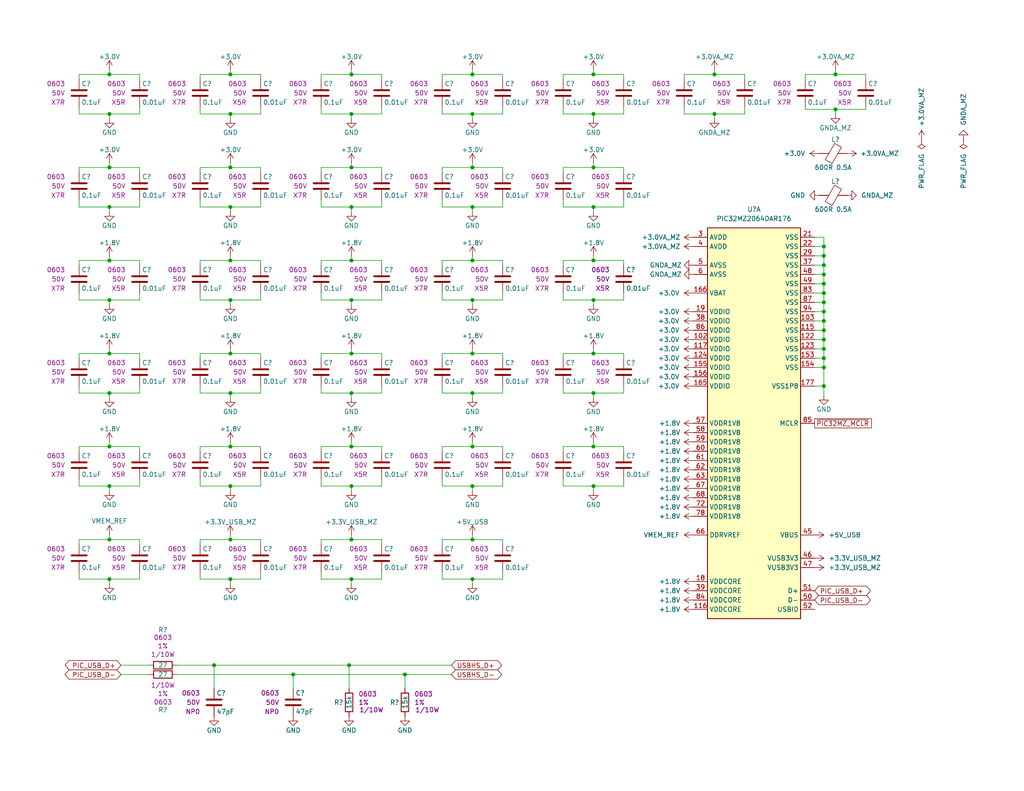
<source format=kicad_sch>
(kicad_sch (version 20230121) (generator eeschema)
  (paper "A")
  (title_block (title "Thermal Camera") (date "2023-11-13") (rev "PRELIM") (company "Drew Maatman and Michael Laffin"))
  (junction (at 224.79 80.01))
  (junction (at 29.845 147.32))
  (junction (at 224.79 100.33))
  (junction (at 62.865 132.715))
  (junction (at 128.905 81.915))
  (junction (at 29.845 45.72))
  (junction (at 95.885 121.92))
  (junction (at 128.905 56.515))
  (junction (at 224.79 105.41))
  (junction (at 95.885 71.12))
  (junction (at 161.925 96.52))
  (junction (at 224.79 82.55))
  (junction (at 62.865 81.915))
  (junction (at 95.885 81.915))
  (junction (at 95.885 45.72))
  (junction (at 128.905 71.12))
  (junction (at 62.865 121.92))
  (junction (at 161.925 81.915))
  (junction (at 95.25 181.61))
  (junction (at 95.885 158.115))
  (junction (at 95.885 20.32))
  (junction (at 128.905 158.115))
  (junction (at 224.79 77.47))
  (junction (at 128.905 107.315))
  (junction (at 29.845 121.92))
  (junction (at 224.79 90.17))
  (junction (at 128.905 96.52))
  (junction (at 161.925 56.515))
  (junction (at 110.49 184.15))
  (junction (at 161.925 71.12))
  (junction (at 29.845 31.115))
  (junction (at 62.865 31.115))
  (junction (at 128.905 45.72))
  (junction (at 62.865 107.315))
  (junction (at 62.865 147.32))
  (junction (at 29.845 56.515))
  (junction (at 29.845 132.715))
  (junction (at 128.905 20.32))
  (junction (at 62.865 20.32))
  (junction (at 161.925 45.72))
  (junction (at 29.845 20.32))
  (junction (at 224.79 97.79))
  (junction (at 62.865 45.72))
  (junction (at 29.845 81.915))
  (junction (at 80.01 184.15))
  (junction (at 227.965 20.32))
  (junction (at 62.865 158.115))
  (junction (at 224.79 67.31))
  (junction (at 194.945 31.115))
  (junction (at 224.79 69.85))
  (junction (at 128.905 132.715))
  (junction (at 161.925 20.32))
  (junction (at 29.845 71.12))
  (junction (at 95.885 56.515))
  (junction (at 95.885 107.315))
  (junction (at 227.965 29.845))
  (junction (at 224.79 95.25))
  (junction (at 161.925 121.92))
  (junction (at 128.905 31.115))
  (junction (at 224.79 92.71))
  (junction (at 29.845 158.115))
  (junction (at 29.845 107.315))
  (junction (at 161.925 31.115))
  (junction (at 128.905 121.92))
  (junction (at 224.79 87.63))
  (junction (at 224.79 72.39))
  (junction (at 224.79 74.93))
  (junction (at 95.885 132.715))
  (junction (at 95.885 31.115))
  (junction (at 58.42 181.61))
  (junction (at 29.845 96.52))
  (junction (at 224.79 85.09))
  (junction (at 128.905 147.32))
  (junction (at 62.865 56.515))
  (junction (at 95.885 147.32))
  (junction (at 95.885 96.52))
  (junction (at 62.865 96.52))
  (junction (at 161.925 132.715))
  (junction (at 161.925 107.315))
  (junction (at 62.865 71.12))
  (junction (at 194.945 20.32))
  (wire (pts (xy 161.925 19.05) (xy 161.925 20.32)))
  (wire (pts (xy 87.63 54.61) (xy 87.63 56.515)))
  (wire (pts (xy 120.65 54.61) (xy 120.65 56.515)))
  (wire (pts (xy 128.905 121.92) (xy 137.16 121.92)))
  (wire (pts (xy 29.845 71.12) (xy 38.1 71.12)))
  (wire (pts (xy 62.865 71.12) (xy 71.12 71.12)))
  (wire (pts (xy 95.885 132.715) (xy 104.14 132.715)))
  (wire (pts (xy 128.905 45.72) (xy 137.16 45.72)))
  (wire (pts (xy 128.905 44.45) (xy 128.905 45.72)))
  (wire (pts (xy 153.67 96.52) (xy 153.67 97.79)))
  (wire (pts (xy 21.59 156.21) (xy 21.59 158.115)))
  (wire (pts (xy 137.16 71.12) (xy 137.16 72.39)))
  (wire (pts (xy 21.59 130.81) (xy 21.59 132.715)))
  (wire (pts (xy 224.79 72.39) (xy 224.79 69.85)))
  (wire (pts (xy 87.63 80.01) (xy 87.63 81.915)))
  (wire (pts (xy 161.925 44.45) (xy 161.925 45.72)))
  (wire (pts (xy 29.845 31.115) (xy 38.1 31.115)))
  (wire (pts (xy 222.25 90.17) (xy 224.79 90.17)))
  (wire (pts (xy 120.65 20.32) (xy 120.65 21.59)))
  (wire (pts (xy 29.845 56.515) (xy 38.1 56.515)))
  (wire (pts (xy 222.25 95.25) (xy 224.79 95.25)))
  (wire (pts (xy 224.79 85.09) (xy 224.79 82.55)))
  (wire (pts (xy 95.885 146.05) (xy 95.885 147.32)))
  (wire (pts (xy 95.885 158.115) (xy 104.14 158.115)))
  (wire (pts (xy 104.14 147.32) (xy 104.14 148.59)))
  (wire (pts (xy 186.69 20.32) (xy 194.945 20.32)))
  (wire (pts (xy 128.905 31.115) (xy 137.16 31.115)))
  (wire (pts (xy 128.905 19.05) (xy 128.905 20.32)))
  (wire (pts (xy 161.925 107.315) (xy 170.18 107.315)))
  (wire (pts (xy 120.65 158.115) (xy 128.905 158.115)))
  (wire (pts (xy 194.945 19.05) (xy 194.945 20.32)))
  (wire (pts (xy 87.63 29.21) (xy 87.63 31.115)))
  (wire (pts (xy 62.865 44.45) (xy 62.865 45.72)))
  (wire (pts (xy 71.12 54.61) (xy 71.12 56.515)))
  (wire (pts (xy 222.25 85.09) (xy 224.79 85.09)))
  (wire (pts (xy 224.79 67.31) (xy 224.79 64.77)))
  (wire (pts (xy 161.925 81.915) (xy 170.18 81.915)))
  (wire (pts (xy 21.59 147.32) (xy 21.59 148.59)))
  (wire (pts (xy 62.865 96.52) (xy 71.12 96.52)))
  (wire (pts (xy 58.42 187.96) (xy 58.42 181.61)))
  (wire (pts (xy 21.59 71.12) (xy 21.59 72.39)))
  (wire (pts (xy 153.67 45.72) (xy 161.925 45.72)))
  (wire (pts (xy 170.18 45.72) (xy 170.18 46.99)))
  (wire (pts (xy 87.63 96.52) (xy 95.885 96.52)))
  (wire (pts (xy 54.61 71.12) (xy 54.61 72.39)))
  (wire (pts (xy 128.905 81.915) (xy 137.16 81.915)))
  (wire (pts (xy 80.01 184.15) (xy 110.49 184.15)))
  (wire (pts (xy 87.63 121.92) (xy 95.885 121.92)))
  (wire (pts (xy 29.845 96.52) (xy 38.1 96.52)))
  (wire (pts (xy 161.925 56.515) (xy 161.925 57.785)))
  (wire (pts (xy 104.14 80.01) (xy 104.14 81.915)))
  (wire (pts (xy 87.63 20.32) (xy 87.63 21.59)))
  (wire (pts (xy 54.61 107.315) (xy 62.865 107.315)))
  (wire (pts (xy 120.65 147.32) (xy 120.65 148.59)))
  (wire (pts (xy 21.59 121.92) (xy 29.845 121.92)))
  (wire (pts (xy 224.79 77.47) (xy 224.79 74.93)))
  (wire (pts (xy 54.61 80.01) (xy 54.61 81.915)))
  (wire (pts (xy 54.61 71.12) (xy 62.865 71.12)))
  (wire (pts (xy 161.925 71.12) (xy 170.18 71.12)))
  (wire (pts (xy 224.79 80.01) (xy 224.79 77.47)))
  (wire (pts (xy 29.845 56.515) (xy 29.845 57.785)))
  (wire (pts (xy 161.925 121.92) (xy 170.18 121.92)))
  (wire (pts (xy 21.59 20.32) (xy 21.59 21.59)))
  (wire (pts (xy 71.12 147.32) (xy 71.12 148.59)))
  (wire (pts (xy 153.67 96.52) (xy 161.925 96.52)))
  (wire (pts (xy 222.25 72.39) (xy 224.79 72.39)))
  (wire (pts (xy 33.02 181.61) (xy 40.64 181.61)))
  (wire (pts (xy 38.1 29.21) (xy 38.1 31.115)))
  (wire (pts (xy 58.42 181.61) (xy 95.25 181.61)))
  (wire (pts (xy 54.61 20.32) (xy 54.61 21.59)))
  (wire (pts (xy 137.16 45.72) (xy 137.16 46.99)))
  (wire (pts (xy 21.59 158.115) (xy 29.845 158.115)))
  (wire (pts (xy 29.845 19.05) (xy 29.845 20.32)))
  (wire (pts (xy 222.25 97.79) (xy 224.79 97.79)))
  (wire (pts (xy 224.79 69.85) (xy 224.79 67.31)))
  (wire (pts (xy 170.18 130.81) (xy 170.18 132.715)))
  (wire (pts (xy 104.14 156.21) (xy 104.14 158.115)))
  (wire (pts (xy 95.885 81.915) (xy 104.14 81.915)))
  (wire (pts (xy 137.16 156.21) (xy 137.16 158.115)))
  (wire (pts (xy 71.12 45.72) (xy 71.12 46.99)))
  (wire (pts (xy 120.65 156.21) (xy 120.65 158.115)))
  (wire (pts (xy 153.67 105.41) (xy 153.67 107.315)))
  (wire (pts (xy 54.61 81.915) (xy 62.865 81.915)))
  (wire (pts (xy 62.865 120.65) (xy 62.865 121.92)))
  (wire (pts (xy 62.865 69.85) (xy 62.865 71.12)))
  (wire (pts (xy 120.65 45.72) (xy 120.65 46.99)))
  (wire (pts (xy 128.905 158.115) (xy 128.905 159.385)))
  (wire (pts (xy 120.65 96.52) (xy 120.65 97.79)))
  (wire (pts (xy 29.845 146.05) (xy 29.845 147.32)))
  (wire (pts (xy 95.885 147.32) (xy 104.14 147.32)))
  (wire (pts (xy 219.71 20.32) (xy 227.965 20.32)))
  (wire (pts (xy 62.865 107.315) (xy 62.865 108.585)))
  (wire (pts (xy 54.61 56.515) (xy 62.865 56.515)))
  (wire (pts (xy 120.65 105.41) (xy 120.65 107.315)))
  (wire (pts (xy 128.905 69.85) (xy 128.905 71.12)))
  (wire (pts (xy 224.79 105.41) (xy 224.79 100.33)))
  (wire (pts (xy 54.61 147.32) (xy 62.865 147.32)))
  (wire (pts (xy 62.865 107.315) (xy 71.12 107.315)))
  (wire (pts (xy 128.905 132.715) (xy 128.905 133.985)))
  (wire (pts (xy 33.02 184.15) (xy 40.64 184.15)))
  (wire (pts (xy 62.865 121.92) (xy 71.12 121.92)))
  (wire (pts (xy 153.67 56.515) (xy 161.925 56.515)))
  (wire (pts (xy 120.65 71.12) (xy 120.65 72.39)))
  (wire (pts (xy 104.14 96.52) (xy 104.14 97.79)))
  (wire (pts (xy 128.905 95.25) (xy 128.905 96.52)))
  (wire (pts (xy 87.63 158.115) (xy 95.885 158.115)))
  (wire (pts (xy 219.71 20.32) (xy 219.71 21.59)))
  (wire (pts (xy 153.67 45.72) (xy 153.67 46.99)))
  (wire (pts (xy 95.885 69.85) (xy 95.885 71.12)))
  (wire (pts (xy 222.25 100.33) (xy 224.79 100.33)))
  (wire (pts (xy 137.16 121.92) (xy 137.16 123.19)))
  (wire (pts (xy 161.925 95.25) (xy 161.925 96.52)))
  (wire (pts (xy 29.845 158.115) (xy 29.845 159.385)))
  (wire (pts (xy 222.25 82.55) (xy 224.79 82.55)))
  (wire (pts (xy 120.65 121.92) (xy 128.905 121.92)))
  (wire (pts (xy 62.865 20.32) (xy 71.12 20.32)))
  (wire (pts (xy 222.25 80.01) (xy 224.79 80.01)))
  (wire (pts (xy 222.25 77.47) (xy 224.79 77.47)))
  (wire (pts (xy 71.12 121.92) (xy 71.12 123.19)))
  (wire (pts (xy 222.25 92.71) (xy 224.79 92.71)))
  (wire (pts (xy 128.905 71.12) (xy 137.16 71.12)))
  (wire (pts (xy 224.79 100.33) (xy 224.79 97.79)))
  (wire (pts (xy 62.865 31.115) (xy 62.865 32.385)))
  (wire (pts (xy 54.61 96.52) (xy 62.865 96.52)))
  (wire (pts (xy 224.79 90.17) (xy 224.79 87.63)))
  (wire (pts (xy 95.885 132.715) (xy 95.885 133.985)))
  (wire (pts (xy 54.61 158.115) (xy 62.865 158.115)))
  (wire (pts (xy 62.865 81.915) (xy 71.12 81.915)))
  (wire (pts (xy 21.59 96.52) (xy 29.845 96.52)))
  (wire (pts (xy 48.26 181.61) (xy 58.42 181.61)))
  (wire (pts (xy 29.845 158.115) (xy 38.1 158.115)))
  (wire (pts (xy 128.905 81.915) (xy 128.905 83.185)))
  (wire (pts (xy 38.1 105.41) (xy 38.1 107.315)))
  (wire (pts (xy 21.59 80.01) (xy 21.59 81.915)))
  (wire (pts (xy 29.845 132.715) (xy 38.1 132.715)))
  (wire (pts (xy 54.61 96.52) (xy 54.61 97.79)))
  (wire (pts (xy 87.63 132.715) (xy 95.885 132.715)))
  (wire (pts (xy 153.67 71.12) (xy 153.67 72.39)))
  (wire (pts (xy 104.14 130.81) (xy 104.14 132.715)))
  (wire (pts (xy 153.67 132.715) (xy 161.925 132.715)))
  (wire (pts (xy 104.14 71.12) (xy 104.14 72.39)))
  (wire (pts (xy 95.885 158.115) (xy 95.885 159.385)))
  (wire (pts (xy 224.79 95.25) (xy 224.79 92.71)))
  (wire (pts (xy 87.63 31.115) (xy 95.885 31.115)))
  (wire (pts (xy 153.67 80.01) (xy 153.67 81.915)))
  (wire (pts (xy 104.14 20.32) (xy 104.14 21.59)))
  (wire (pts (xy 62.865 81.915) (xy 62.865 83.185)))
  (wire (pts (xy 128.905 107.315) (xy 128.905 108.585)))
  (wire (pts (xy 95.885 56.515) (xy 95.885 57.785)))
  (wire (pts (xy 21.59 54.61) (xy 21.59 56.515)))
  (wire (pts (xy 48.26 184.15) (xy 80.01 184.15)))
  (wire (pts (xy 21.59 105.41) (xy 21.59 107.315)))
  (wire (pts (xy 120.65 71.12) (xy 128.905 71.12)))
  (wire (pts (xy 95.885 121.92) (xy 104.14 121.92)))
  (wire (pts (xy 104.14 29.21) (xy 104.14 31.115)))
  (wire (pts (xy 21.59 45.72) (xy 29.845 45.72)))
  (wire (pts (xy 95.885 96.52) (xy 104.14 96.52)))
  (wire (pts (xy 54.61 20.32) (xy 62.865 20.32)))
  (wire (pts (xy 95.885 19.05) (xy 95.885 20.32)))
  (wire (pts (xy 38.1 96.52) (xy 38.1 97.79)))
  (wire (pts (xy 29.845 147.32) (xy 38.1 147.32)))
  (wire (pts (xy 29.845 44.45) (xy 29.845 45.72)))
  (wire (pts (xy 120.65 147.32) (xy 128.905 147.32)))
  (wire (pts (xy 161.925 132.715) (xy 161.925 133.985)))
  (wire (pts (xy 21.59 45.72) (xy 21.59 46.99)))
  (wire (pts (xy 38.1 156.21) (xy 38.1 158.115)))
  (wire (pts (xy 54.61 121.92) (xy 62.865 121.92)))
  (wire (pts (xy 194.945 20.32) (xy 203.2 20.32)))
  (wire (pts (xy 29.845 20.32) (xy 38.1 20.32)))
  (wire (pts (xy 224.79 92.71) (xy 224.79 90.17)))
  (wire (pts (xy 95.885 31.115) (xy 104.14 31.115)))
  (wire (pts (xy 153.67 81.915) (xy 161.925 81.915)))
  (wire (pts (xy 224.79 82.55) (xy 224.79 80.01)))
  (wire (pts (xy 186.69 31.115) (xy 194.945 31.115)))
  (wire (pts (xy 62.865 95.25) (xy 62.865 96.52)))
  (wire (pts (xy 95.25 181.61) (xy 123.19 181.61)))
  (wire (pts (xy 29.845 132.715) (xy 29.845 133.985)))
  (wire (pts (xy 104.14 105.41) (xy 104.14 107.315)))
  (wire (pts (xy 161.925 120.65) (xy 161.925 121.92)))
  (wire (pts (xy 161.925 81.915) (xy 161.925 83.185)))
  (wire (pts (xy 87.63 45.72) (xy 87.63 46.99)))
  (wire (pts (xy 29.845 120.65) (xy 29.845 121.92)))
  (wire (pts (xy 161.925 20.32) (xy 170.18 20.32)))
  (wire (pts (xy 194.945 31.115) (xy 194.945 32.385)))
  (wire (pts (xy 120.65 56.515) (xy 128.905 56.515)))
  (wire (pts (xy 222.25 74.93) (xy 224.79 74.93)))
  (wire (pts (xy 161.925 132.715) (xy 170.18 132.715)))
  (wire (pts (xy 87.63 147.32) (xy 95.885 147.32)))
  (wire (pts (xy 153.67 130.81) (xy 153.67 132.715)))
  (wire (pts (xy 95.885 81.915) (xy 95.885 83.185)))
  (wire (pts (xy 128.905 107.315) (xy 137.16 107.315)))
  (wire (pts (xy 95.885 31.115) (xy 95.885 32.385)))
  (wire (pts (xy 38.1 71.12) (xy 38.1 72.39)))
  (wire (pts (xy 128.905 158.115) (xy 137.16 158.115)))
  (wire (pts (xy 38.1 20.32) (xy 38.1 21.59)))
  (wire (pts (xy 170.18 121.92) (xy 170.18 123.19)))
  (wire (pts (xy 128.905 132.715) (xy 137.16 132.715)))
  (wire (pts (xy 128.905 56.515) (xy 128.905 57.785)))
  (wire (pts (xy 54.61 29.21) (xy 54.61 31.115)))
  (wire (pts (xy 38.1 54.61) (xy 38.1 56.515)))
  (wire (pts (xy 227.965 19.05) (xy 227.965 20.32)))
  (wire (pts (xy 170.18 29.21) (xy 170.18 31.115)))
  (wire (pts (xy 95.885 20.32) (xy 104.14 20.32)))
  (wire (pts (xy 29.845 95.25) (xy 29.845 96.52)))
  (wire (pts (xy 219.71 29.845) (xy 219.71 29.21)))
  (wire (pts (xy 21.59 31.115) (xy 29.845 31.115)))
  (wire (pts (xy 153.67 20.32) (xy 161.925 20.32)))
  (wire (pts (xy 186.69 29.21) (xy 186.69 31.115)))
  (wire (pts (xy 224.79 107.95) (xy 224.79 105.41)))
  (wire (pts (xy 153.67 107.315) (xy 161.925 107.315)))
  (wire (pts (xy 71.12 71.12) (xy 71.12 72.39)))
  (wire (pts (xy 54.61 45.72) (xy 62.865 45.72)))
  (wire (pts (xy 120.65 45.72) (xy 128.905 45.72)))
  (wire (pts (xy 203.2 29.21) (xy 203.2 31.115)))
  (wire (pts (xy 29.845 107.315) (xy 38.1 107.315)))
  (wire (pts (xy 21.59 121.92) (xy 21.59 123.19)))
  (wire (pts (xy 87.63 81.915) (xy 95.885 81.915)))
  (wire (pts (xy 170.18 80.01) (xy 170.18 81.915)))
  (wire (pts (xy 54.61 130.81) (xy 54.61 132.715)))
  (wire (pts (xy 120.65 80.01) (xy 120.65 81.915)))
  (wire (pts (xy 170.18 71.12) (xy 170.18 72.39)))
  (wire (pts (xy 137.16 130.81) (xy 137.16 132.715)))
  (wire (pts (xy 186.69 20.32) (xy 186.69 21.59)))
  (wire (pts (xy 62.865 158.115) (xy 62.865 159.385)))
  (wire (pts (xy 120.65 81.915) (xy 128.905 81.915)))
  (wire (pts (xy 38.1 130.81) (xy 38.1 132.715)))
  (wire (pts (xy 120.65 20.32) (xy 128.905 20.32)))
  (wire (pts (xy 54.61 156.21) (xy 54.61 158.115)))
  (wire (pts (xy 95.25 181.61) (xy 95.25 187.96)))
  (wire (pts (xy 120.65 107.315) (xy 128.905 107.315)))
  (wire (pts (xy 21.59 71.12) (xy 29.845 71.12)))
  (wire (pts (xy 62.865 45.72) (xy 71.12 45.72)))
  (wire (pts (xy 222.25 67.31) (xy 224.79 67.31)))
  (wire (pts (xy 38.1 45.72) (xy 38.1 46.99)))
  (wire (pts (xy 95.885 120.65) (xy 95.885 121.92)))
  (wire (pts (xy 62.865 158.115) (xy 71.12 158.115)))
  (wire (pts (xy 222.25 87.63) (xy 224.79 87.63)))
  (wire (pts (xy 128.905 146.05) (xy 128.905 147.32)))
  (wire (pts (xy 29.845 45.72) (xy 38.1 45.72)))
  (wire (pts (xy 161.925 31.115) (xy 170.18 31.115)))
  (wire (pts (xy 71.12 130.81) (xy 71.12 132.715)))
  (wire (pts (xy 21.59 132.715) (xy 29.845 132.715)))
  (wire (pts (xy 194.945 31.115) (xy 203.2 31.115)))
  (wire (pts (xy 104.14 45.72) (xy 104.14 46.99)))
  (wire (pts (xy 137.16 54.61) (xy 137.16 56.515)))
  (wire (pts (xy 137.16 80.01) (xy 137.16 81.915)))
  (wire (pts (xy 170.18 105.41) (xy 170.18 107.315)))
  (wire (pts (xy 128.905 31.115) (xy 128.905 32.385)))
  (wire (pts (xy 54.61 121.92) (xy 54.61 123.19)))
  (wire (pts (xy 54.61 105.41) (xy 54.61 107.315)))
  (wire (pts (xy 110.49 184.15) (xy 123.19 184.15)))
  (wire (pts (xy 62.865 146.05) (xy 62.865 147.32)))
  (wire (pts (xy 153.67 121.92) (xy 153.67 123.19)))
  (wire (pts (xy 153.67 121.92) (xy 161.925 121.92)))
  (wire (pts (xy 54.61 147.32) (xy 54.61 148.59)))
  (wire (pts (xy 137.16 29.21) (xy 137.16 31.115)))
  (wire (pts (xy 87.63 56.515) (xy 95.885 56.515)))
  (wire (pts (xy 95.885 107.315) (xy 95.885 108.585)))
  (wire (pts (xy 38.1 147.32) (xy 38.1 148.59)))
  (wire (pts (xy 128.905 96.52) (xy 137.16 96.52)))
  (wire (pts (xy 71.12 96.52) (xy 71.12 97.79)))
  (wire (pts (xy 95.885 44.45) (xy 95.885 45.72)))
  (wire (pts (xy 120.65 96.52) (xy 128.905 96.52)))
  (wire (pts (xy 29.845 81.915) (xy 38.1 81.915)))
  (wire (pts (xy 54.61 31.115) (xy 62.865 31.115)))
  (wire (pts (xy 120.65 29.21) (xy 120.65 31.115)))
  (wire (pts (xy 95.885 107.315) (xy 104.14 107.315)))
  (wire (pts (xy 203.2 20.32) (xy 203.2 21.59)))
  (wire (pts (xy 62.865 132.715) (xy 71.12 132.715)))
  (wire (pts (xy 62.865 132.715) (xy 62.865 133.985)))
  (wire (pts (xy 137.16 96.52) (xy 137.16 97.79)))
  (wire (pts (xy 170.18 54.61) (xy 170.18 56.515)))
  (wire (pts (xy 128.905 120.65) (xy 128.905 121.92)))
  (wire (pts (xy 87.63 20.32) (xy 95.885 20.32)))
  (wire (pts (xy 120.65 31.115) (xy 128.905 31.115)))
  (wire (pts (xy 153.67 54.61) (xy 153.67 56.515)))
  (wire (pts (xy 62.865 31.115) (xy 71.12 31.115)))
  (wire (pts (xy 153.67 31.115) (xy 161.925 31.115)))
  (wire (pts (xy 120.65 130.81) (xy 120.65 132.715)))
  (wire (pts (xy 224.79 87.63) (xy 224.79 85.09)))
  (wire (pts (xy 87.63 45.72) (xy 95.885 45.72)))
  (wire (pts (xy 95.885 95.25) (xy 95.885 96.52)))
  (wire (pts (xy 38.1 121.92) (xy 38.1 123.19)))
  (wire (pts (xy 87.63 130.81) (xy 87.63 132.715)))
  (wire (pts (xy 227.965 29.845) (xy 236.22 29.845)))
  (wire (pts (xy 153.67 20.32) (xy 153.67 21.59)))
  (wire (pts (xy 224.79 105.41) (xy 222.25 105.41)))
  (wire (pts (xy 224.79 74.93) (xy 224.79 72.39)))
  (wire (pts (xy 87.63 96.52) (xy 87.63 97.79)))
  (wire (pts (xy 224.79 64.77) (xy 222.25 64.77)))
  (wire (pts (xy 227.965 20.32) (xy 236.22 20.32)))
  (wire (pts (xy 29.845 69.85) (xy 29.845 71.12)))
  (wire (pts (xy 29.845 81.915) (xy 29.845 83.185)))
  (wire (pts (xy 161.925 69.85) (xy 161.925 71.12)))
  (wire (pts (xy 54.61 45.72) (xy 54.61 46.99)))
  (wire (pts (xy 153.67 29.21) (xy 153.67 31.115)))
  (wire (pts (xy 62.865 56.515) (xy 71.12 56.515)))
  (wire (pts (xy 227.965 29.845) (xy 227.965 31.115)))
  (wire (pts (xy 224.79 97.79) (xy 224.79 95.25)))
  (wire (pts (xy 71.12 156.21) (xy 71.12 158.115)))
  (wire (pts (xy 161.925 56.515) (xy 170.18 56.515)))
  (wire (pts (xy 128.905 56.515) (xy 137.16 56.515)))
  (wire (pts (xy 236.22 20.32) (xy 236.22 21.59)))
  (wire (pts (xy 137.16 20.32) (xy 137.16 21.59)))
  (wire (pts (xy 87.63 71.12) (xy 95.885 71.12)))
  (wire (pts (xy 137.16 105.41) (xy 137.16 107.315)))
  (wire (pts (xy 54.61 54.61) (xy 54.61 56.515)))
  (wire (pts (xy 62.865 147.32) (xy 71.12 147.32)))
  (wire (pts (xy 71.12 20.32) (xy 71.12 21.59)))
  (wire (pts (xy 170.18 20.32) (xy 170.18 21.59)))
  (wire (pts (xy 80.01 187.96) (xy 80.01 184.15)))
  (wire (pts (xy 62.865 19.05) (xy 62.865 20.32)))
  (wire (pts (xy 54.61 132.715) (xy 62.865 132.715)))
  (wire (pts (xy 222.25 69.85) (xy 224.79 69.85)))
  (wire (pts (xy 71.12 105.41) (xy 71.12 107.315)))
  (wire (pts (xy 21.59 147.32) (xy 29.845 147.32)))
  (wire (pts (xy 21.59 107.315) (xy 29.845 107.315)))
  (wire (pts (xy 87.63 147.32) (xy 87.63 148.59)))
  (wire (pts (xy 21.59 81.915) (xy 29.845 81.915)))
  (wire (pts (xy 21.59 56.515) (xy 29.845 56.515)))
  (wire (pts (xy 104.14 121.92) (xy 104.14 123.19)))
  (wire (pts (xy 95.885 71.12) (xy 104.14 71.12)))
  (wire (pts (xy 29.845 121.92) (xy 38.1 121.92)))
  (wire (pts (xy 120.65 132.715) (xy 128.905 132.715)))
  (wire (pts (xy 161.925 31.115) (xy 161.925 32.385)))
  (wire (pts (xy 29.845 107.315) (xy 29.845 108.585)))
  (wire (pts (xy 21.59 20.32) (xy 29.845 20.32)))
  (wire (pts (xy 71.12 29.21) (xy 71.12 31.115)))
  (wire (pts (xy 95.885 56.515) (xy 104.14 56.515)))
  (wire (pts (xy 87.63 107.315) (xy 95.885 107.315)))
  (wire (pts (xy 29.845 31.115) (xy 29.845 32.385)))
  (wire (pts (xy 87.63 105.41) (xy 87.63 107.315)))
  (wire (pts (xy 38.1 80.01) (xy 38.1 81.915)))
  (wire (pts (xy 161.925 96.52) (xy 170.18 96.52)))
  (wire (pts (xy 161.925 107.315) (xy 161.925 108.585)))
  (wire (pts (xy 21.59 29.21) (xy 21.59 31.115)))
  (wire (pts (xy 110.49 184.15) (xy 110.49 187.96)))
  (wire (pts (xy 21.59 96.52) (xy 21.59 97.79)))
  (wire (pts (xy 87.63 156.21) (xy 87.63 158.115)))
  (wire (pts (xy 87.63 121.92) (xy 87.63 123.19)))
  (wire (pts (xy 120.65 121.92) (xy 120.65 123.19)))
  (wire (pts (xy 128.905 147.32) (xy 137.16 147.32)))
  (wire (pts (xy 71.12 80.01) (xy 71.12 81.915)))
  (wire (pts (xy 104.14 54.61) (xy 104.14 56.515)))
  (wire (pts (xy 137.16 147.32) (xy 137.16 148.59)))
  (wire (pts (xy 62.865 56.515) (xy 62.865 57.785)))
  (wire (pts (xy 95.885 45.72) (xy 104.14 45.72)))
  (wire (pts (xy 236.22 29.845) (xy 236.22 29.21)))
  (wire (pts (xy 87.63 71.12) (xy 87.63 72.39)))
  (wire (pts (xy 153.67 71.12) (xy 161.925 71.12)))
  (wire (pts (xy 161.925 45.72) (xy 170.18 45.72)))
  (wire (pts (xy 170.18 96.52) (xy 170.18 97.79)))
  (wire (pts (xy 219.71 29.845) (xy 227.965 29.845)))
  (wire (pts (xy 128.905 20.32) (xy 137.16 20.32)))
  (global_label "PIC_USB_D+" (shape bidirectional) (at 33.02 181.61 180) (property "Intersheetrefs" "${INTERSHEET_REFS}" (effects hide)))
  (global_label "PIC_USB_D-" (shape bidirectional) (at 33.02 184.15 180) (property "Intersheetrefs" "${INTERSHEET_REFS}" (effects hide)))
  (global_label "USBHS_D+" (shape bidirectional) (at 123.19 181.61 0) (property "Intersheetrefs" "${INTERSHEET_REFS}" (effects hide)))
  (global_label "USBHS_D-" (shape bidirectional) (at 123.19 184.15 0) (property "Intersheetrefs" "${INTERSHEET_REFS}" (effects hide)))
  (global_label "PIC_USB_D-" (shape bidirectional) (at 222.25 163.83 0) (property "Intersheetrefs" "${INTERSHEET_REFS}" (effects hide)))
  (global_label "~{PIC32MZ_MCLR}" (shape passive) (at 222.25 115.57 0) (property "Intersheetrefs" "${INTERSHEET_REFS}" (effects hide)))
  (global_label "PIC_USB_D+" (shape bidirectional) (at 222.25 161.29 0) (property "Intersheetrefs" "${INTERSHEET_REFS}" (effects hide)))
  (symbol (lib_id "Custom Library:+3.3V_USB_MZ") (at 222.25 154.94 270) (unit 1)
    (property "Reference" "#PWR0124" (effects hide))
    (property "Value" "+3.3V_USB_MZ" (at 226.06 154.94 90) (effects (justify left)))
  )
  (symbol (lib_id "power:GND") (at 128.905 108.585 0) (unit 1)
    (property "Reference" "#PWR?" (effects hide))
    (property "Value" "GND" (at 128.905 112.395 0))
    (instances (project "VFD_Clock" (path "" (reference "#PWR?") (unit 1))) (project "Nixie_Clock_Core" (path "" (reference "#PWR0912") (unit 1))) (project "Thermal_Camera" (path "" (reference "#PWR0100") (unit 1))))
  )
  (symbol (lib_id "power:GND") (at 128.905 133.985 0) (unit 1)
    (property "Reference" "#PWR?" (effects hide))
    (property "Value" "GND" (at 128.905 137.795 0))
    (instances (project "VFD_Clock" (path "" (reference "#PWR?") (unit 1))) (project "Nixie_Clock_Core" (path "" (reference "#PWR0912") (unit 1))) (project "Thermal_Camera" (path "" (reference "#PWR0110") (unit 1))))
  )
  (symbol (lib_id "Custom_Library:GNDA_MZ") (at 189.23 72.39 270) (unit 1)
    (property "Reference" "#PWR?" (effects hide))
    (property "Value" "GNDA_MZ" (at 186.055 72.39 90) (effects (justify right)))
    (instances (project "VFD_Clock" (path "" (reference "#PWR?") (unit 1))) (project "Nixie_Clock_Core" (path "" (reference "#PWR0916") (unit 1))) (project "Thermal_Camera" (path "" (reference "#PWR01125") (unit 1))))
  )
  (symbol (lib_id "Custom_Library:C_Custom") (at 21.59 76.2 0) (unit 1)
    (property "Reference" "C?" (at 22.225 73.66 0) (effects (justify left)))
    (property "Value" "0.1uF" (at 22.225 78.74 0) (effects (justify left)))
    (property "Footprint" "Capacitors_SMD:C_0603" (effects hide))
    (property "display_footprint" "0603" (at 17.78 73.66 0) (effects (justify right)))
    (property "Voltage" "50V" (at 17.78 76.2 0) (effects (justify right)))
    (property "Dielectric" "X7R" (at 17.78 78.74 0) (effects (justify right)))
    (property "Digi-Key PN" "1276-1935-1-ND" (effects hide))
    (instances (project "VFD_Clock" (path "" (reference "C?") (unit 1))) (project "Nixie_Clock_Core" (path "" (reference "C902") (unit 1))) (project "Thermal_Camera" (path "" (reference "C?") (unit 1))))
  )
  (symbol (lib_id "Device:Ferrite_Bead") (at 227.33 41.91 270) (unit 1)
    (property "Reference" "L?" (at 227.965 38.1 90))
    (property "Value" "600R 0.5A" (at 227.33 45.72 90))
    (property "Footprint" "Inductors_SMD:L_0603" (effects hide))
    (property "Digi-Key PN" "490-1014-1-ND" (effects hide))
    (instances (project "VFD_Clock" (path "" (reference "L?") (unit 1)) (path "" (reference "L?") (unit 1))) (project "Nixie_Clock_Core" (path "" (reference "L901") (unit 1))) (project "Thermal_Camera" (path "" (reference "L?") (unit 1))))
  )
  (symbol (lib_id "Custom_Library:C_Custom") (at 137.16 152.4 0) (unit 1)
    (property "Reference" "C?" (at 137.795 149.86 0) (effects (justify left)))
    (property "Value" "0.01uF" (at 137.795 154.94 0) (effects (justify left)))
    (property "Footprint" "Capacitors_SMD:C_0603" (effects hide))
    (property "display_footprint" "0603" (at 133.35 149.86 0) (effects (justify right)))
    (property "Voltage" "50V" (at 133.35 152.4 0) (effects (justify right)))
    (property "Dielectric" "X5R" (at 133.35 154.94 0) (effects (justify right)))
    (instances (project "VFD_Clock" (path "" (reference "C?") (unit 1)) (path "" (reference "C?") (unit 1)) (path "" (reference "C?") (unit 1)) (path "" (reference "C?") (unit 1)) (path "" (reference "C?") (unit 1))) (project "Nixie_Clock_Core" (path "" (reference "C903") (unit 1))) (project "Thermal_Camera" (path "" (reference "C?") (unit 1))))
  )
  (symbol (lib_id "Custom_Library:C_Custom") (at 54.61 50.8 0) (unit 1)
    (property "Reference" "C?" (at 55.245 48.26 0) (effects (justify left)))
    (property "Value" "0.1uF" (at 55.245 53.34 0) (effects (justify left)))
    (property "Footprint" "Capacitors_SMD:C_0603" (effects hide))
    (property "display_footprint" "0603" (at 50.8 48.26 0) (effects (justify right)))
    (property "Voltage" "50V" (at 50.8 50.8 0) (effects (justify right)))
    (property "Dielectric" "X7R" (at 50.8 53.34 0) (effects (justify right)))
    (property "Digi-Key PN" "1276-1935-1-ND" (effects hide))
    (instances (project "VFD_Clock" (path "" (reference "C?") (unit 1))) (project "Nixie_Clock_Core" (path "" (reference "C902") (unit 1))) (project "Thermal_Camera" (path "" (reference "C?") (unit 1))))
  )
  (symbol (lib_id "power:GND") (at 224.79 107.95 0) (unit 1)
    (property "Reference" "#PWR?" (effects hide))
    (property "Value" "GND" (at 224.79 111.76 0))
    (instances (project "VFD_Clock" (path "" (reference "#PWR?") (unit 1))) (project "Nixie_Clock_Core" (path "" (reference "#PWR0912") (unit 1))) (project "Thermal_Camera" (path "" (reference "#PWR01123") (unit 1))))
  )
  (symbol (lib_id "Custom Library:+1.8V") (at 161.925 69.85 0) (unit 1)
    (property "Reference" "#PWR091" (effects hide))
    (property "Value" "+1.8V" (at 161.925 66.294 0))
  )
  (symbol (lib_id "Device:Ferrite_Bead") (at 227.33 53.34 270) (unit 1)
    (property "Reference" "L?" (at 227.965 49.53 90))
    (property "Value" "600R 0.5A" (at 227.33 57.15 90))
    (property "Footprint" "Inductors_SMD:L_0603" (effects hide))
    (property "Digi-Key PN" "490-1014-1-ND" (effects hide))
    (instances (project "VFD_Clock" (path "" (reference "L?") (unit 1)) (path "" (reference "L?") (unit 1))) (project "Nixie_Clock_Core" (path "" (reference "L902") (unit 1))) (project "Thermal_Camera" (path "" (reference "L?") (unit 1))))
  )
  (symbol (lib_id "Custom_Library:C_Custom") (at 21.59 25.4 0) (unit 1)
    (property "Reference" "C?" (at 22.225 22.86 0) (effects (justify left)))
    (property "Value" "0.1uF" (at 22.225 27.94 0) (effects (justify left)))
    (property "Footprint" "Capacitors_SMD:C_0603" (effects hide))
    (property "display_footprint" "0603" (at 17.78 22.86 0) (effects (justify right)))
    (property "Voltage" "50V" (at 17.78 25.4 0) (effects (justify right)))
    (property "Dielectric" "X7R" (at 17.78 27.94 0) (effects (justify right)))
    (property "Digi-Key PN" "1276-1935-1-ND" (effects hide))
    (instances (project "VFD_Clock" (path "" (reference "C?") (unit 1))) (project "Nixie_Clock_Core" (path "" (reference "C901") (unit 1))) (project "Thermal_Camera" (path "" (reference "C?") (unit 1))))
  )
  (symbol (lib_id "power:GND") (at 80.01 195.58 0) (unit 1)
    (property "Reference" "#PWR050" (effects hide))
    (property "Value" "GND" (at 80.01 199.39 0))
    (instances (project "Thermal_Camera" (path "" (reference "#PWR050") (unit 1)) (path "" (reference "#PWR0167") (unit 1))))
  )
  (symbol (lib_id "Custom Library:PIC32MZ2064DAR176") (at 205.74 100.33 0) (unit 1)
    (property "Reference" "U?" (at 205.74 57.15 0))
    (property "Value" "PIC32MZ2064DAR176" (at 205.74 59.69 0))
    (property "Footprint" "Custom Footprints Library:LQFP-176_20x20mm_P0.4mm_7p9x7p9mm_EP" (effects hide))
    (property "Datasheet" "https://ww1.microchip.com/downloads/aemDocuments/documents/MCU32/ProductDocuments/DataSheets/PIC32MZ-Graphics-%28DAK-DAL-DAR-DAS%29-Family-Datasheet-DS60001565D.pdf" (effects hide))
    (property "Digi-Key PN" "PIC32MZ2064DAR176-I/2J-ND" (effects hide))
  )
  (symbol (lib_id "Custom Library:+1.8V") (at 189.23 158.75 90) (unit 1)
    (property "Reference" "#PWR01139" (effects hide))
    (property "Value" "+1.8V" (at 185.674 158.75 90) (effects (justify left)))
  )
  (symbol (lib_id "Custom Library:+3.0V") (at 62.865 44.45 0) (unit 1)
    (property "Reference" "#PWR01719" (effects hide))
    (property "Value" "+3.0V" (at 62.865 40.894 0))
  )
  (symbol (lib_id "Custom_Library:C_Custom") (at 120.65 25.4 0) (unit 1)
    (property "Reference" "C?" (at 121.285 22.86 0) (effects (justify left)))
    (property "Value" "0.1uF" (at 121.285 27.94 0) (effects (justify left)))
    (property "Footprint" "Capacitors_SMD:C_0603" (effects hide))
    (property "display_footprint" "0603" (at 116.84 22.86 0) (effects (justify right)))
    (property "Voltage" "50V" (at 116.84 25.4 0) (effects (justify right)))
    (property "Dielectric" "X7R" (at 116.84 27.94 0) (effects (justify right)))
    (property "Digi-Key PN" "1276-1935-1-ND" (effects hide))
    (instances (project "VFD_Clock" (path "" (reference "C?") (unit 1))) (project "Nixie_Clock_Core" (path "" (reference "C909") (unit 1))) (project "Thermal_Camera" (path "" (reference "C?") (unit 1))))
  )
  (symbol (lib_id "Custom_Library:C_Custom") (at 54.61 127 0) (unit 1)
    (property "Reference" "C?" (at 55.245 124.46 0) (effects (justify left)))
    (property "Value" "0.1uF" (at 55.245 129.54 0) (effects (justify left)))
    (property "Footprint" "Capacitors_SMD:C_0603" (effects hide))
    (property "display_footprint" "0603" (at 50.8 124.46 0) (effects (justify right)))
    (property "Voltage" "50V" (at 50.8 127 0) (effects (justify right)))
    (property "Dielectric" "X7R" (at 50.8 129.54 0) (effects (justify right)))
    (property "Digi-Key PN" "1276-1935-1-ND" (effects hide))
    (instances (project "VFD_Clock" (path "" (reference "C?") (unit 1))) (project "Nixie_Clock_Core" (path "" (reference "C902") (unit 1))) (project "Thermal_Camera" (path "" (reference "C?") (unit 1))))
  )
  (symbol (lib_id "Custom Library:+1.8V") (at 128.905 69.85 0) (unit 1)
    (property "Reference" "#PWR089" (effects hide))
    (property "Value" "+1.8V" (at 128.905 66.294 0))
  )
  (symbol (lib_id "Custom Library:+3.0V") (at 29.845 44.45 0) (unit 1)
    (property "Reference" "#PWR079" (effects hide))
    (property "Value" "+3.0V" (at 29.845 40.894 0))
  )
  (symbol (lib_id "power:GND") (at 95.885 57.785 0) (unit 1)
    (property "Reference" "#PWR?" (effects hide))
    (property "Value" "GND" (at 95.885 61.595 0))
    (instances (project "VFD_Clock" (path "" (reference "#PWR?") (unit 1))) (project "Nixie_Clock_Core" (path "" (reference "#PWR0908") (unit 1))) (project "Thermal_Camera" (path "" (reference "#PWR01108") (unit 1))))
  )
  (symbol (lib_id "Custom Library:+1.8V") (at 95.885 120.65 0) (unit 1)
    (property "Reference" "#PWR0107" (effects hide))
    (property "Value" "+1.8V" (at 95.885 117.094 0))
  )
  (symbol (lib_id "Custom Library:+1.8V") (at 161.925 120.65 0) (unit 1)
    (property "Reference" "#PWR0111" (effects hide))
    (property "Value" "+1.8V" (at 161.925 117.094 0))
  )
  (symbol (lib_id "Custom_Library:C_Custom") (at 104.14 50.8 0) (unit 1)
    (property "Reference" "C?" (at 104.775 48.26 0) (effects (justify left)))
    (property "Value" "0.01uF" (at 104.775 53.34 0) (effects (justify left)))
    (property "Footprint" "Capacitors_SMD:C_0603" (effects hide))
    (property "display_footprint" "0603" (at 100.33 48.26 0) (effects (justify right)))
    (property "Voltage" "50V" (at 100.33 50.8 0) (effects (justify right)))
    (property "Dielectric" "X5R" (at 100.33 53.34 0) (effects (justify right)))
    (instances (project "VFD_Clock" (path "" (reference "C?") (unit 1)) (path "" (reference "C?") (unit 1)) (path "" (reference "C?") (unit 1)) (path "" (reference "C?") (unit 1)) (path "" (reference "C?") (unit 1))) (project "Nixie_Clock_Core" (path "" (reference "C903") (unit 1))) (project "Thermal_Camera" (path "" (reference "C?") (unit 1))))
  )
  (symbol (lib_id "Custom_Library:C_Custom") (at 87.63 101.6 0) (unit 1)
    (property "Reference" "C?" (at 88.265 99.06 0) (effects (justify left)))
    (property "Value" "0.1uF" (at 88.265 104.14 0) (effects (justify left)))
    (property "Footprint" "Capacitors_SMD:C_0603" (effects hide))
    (property "display_footprint" "0603" (at 83.82 99.06 0) (effects (justify right)))
    (property "Voltage" "50V" (at 83.82 101.6 0) (effects (justify right)))
    (property "Dielectric" "X7R" (at 83.82 104.14 0) (effects (justify right)))
    (property "Digi-Key PN" "1276-1935-1-ND" (effects hide))
    (instances (project "VFD_Clock" (path "" (reference "C?") (unit 1))) (project "Nixie_Clock_Core" (path "" (reference "C906") (unit 1))) (project "Thermal_Camera" (path "" (reference "C?") (unit 1))))
  )
  (symbol (lib_id "Custom_Library:C_Custom") (at 137.16 76.2 0) (unit 1)
    (property "Reference" "C?" (at 137.795 73.66 0) (effects (justify left)))
    (property "Value" "0.01uF" (at 137.795 78.74 0) (effects (justify left)))
    (property "Footprint" "Capacitors_SMD:C_0603" (effects hide))
    (property "display_footprint" "0603" (at 133.35 73.66 0) (effects (justify right)))
    (property "Voltage" "50V" (at 133.35 76.2 0) (effects (justify right)))
    (property "Dielectric" "X5R" (at 133.35 78.74 0) (effects (justify right)))
    (instances (project "VFD_Clock" (path "" (reference "C?") (unit 1)) (path "" (reference "C?") (unit 1)) (path "" (reference "C?") (unit 1)) (path "" (reference "C?") (unit 1)) (path "" (reference "C?") (unit 1))) (project "Nixie_Clock_Core" (path "" (reference "C903") (unit 1))) (project "Thermal_Camera" (path "" (reference "C?") (unit 1))))
  )
  (symbol (lib_id "Custom_Library:C_Custom") (at 104.14 101.6 0) (unit 1)
    (property "Reference" "C?" (at 104.775 99.06 0) (effects (justify left)))
    (property "Value" "0.01uF" (at 104.775 104.14 0) (effects (justify left)))
    (property "Footprint" "Capacitors_SMD:C_0603" (effects hide))
    (property "display_footprint" "0603" (at 100.33 99.06 0) (effects (justify right)))
    (property "Voltage" "50V" (at 100.33 101.6 0) (effects (justify right)))
    (property "Dielectric" "X5R" (at 100.33 104.14 0) (effects (justify right)))
    (instances (project "VFD_Clock" (path "" (reference "C?") (unit 1)) (path "" (reference "C?") (unit 1)) (path "" (reference "C?") (unit 1)) (path "" (reference "C?") (unit 1)) (path "" (reference "C?") (unit 1))) (project "Nixie_Clock_Core" (path "" (reference "C903") (unit 1))) (project "Thermal_Camera" (path "" (reference "C?") (unit 1))))
  )
  (symbol (lib_id "Custom Library:+3.0VA_MZ") (at 231.14 41.91 270) (unit 1)
    (property "Reference" "#PWR01725" (effects hide))
    (property "Value" "+3.0VA_MZ" (at 234.696 41.91 90) (effects (justify left)))
  )
  (symbol (lib_id "Custom Library:+3.0V") (at 189.23 100.33 90) (unit 1)
    (property "Reference" "#PWR01715" (effects hide))
    (property "Value" "+3.0V" (at 185.42 100.33 90) (effects (justify left)))
  )
  (symbol (lib_id "Custom_Library:C_Custom") (at 87.63 50.8 0) (unit 1)
    (property "Reference" "C?" (at 88.265 48.26 0) (effects (justify left)))
    (property "Value" "0.1uF" (at 88.265 53.34 0) (effects (justify left)))
    (property "Footprint" "Capacitors_SMD:C_0603" (effects hide))
    (property "display_footprint" "0603" (at 83.82 48.26 0) (effects (justify right)))
    (property "Voltage" "50V" (at 83.82 50.8 0) (effects (justify right)))
    (property "Dielectric" "X7R" (at 83.82 53.34 0) (effects (justify right)))
    (property "Digi-Key PN" "1276-1935-1-ND" (effects hide))
    (instances (project "VFD_Clock" (path "" (reference "C?") (unit 1))) (project "Nixie_Clock_Core" (path "" (reference "C906") (unit 1))) (project "Thermal_Camera" (path "" (reference "C?") (unit 1))))
  )
  (symbol (lib_id "power:GND") (at 62.865 133.985 0) (unit 1)
    (property "Reference" "#PWR?" (effects hide))
    (property "Value" "GND" (at 62.865 137.795 0))
    (instances (project "VFD_Clock" (path "" (reference "#PWR?") (unit 1))) (project "Nixie_Clock_Core" (path "" (reference "#PWR0904") (unit 1))) (project "Thermal_Camera" (path "" (reference "#PWR0106") (unit 1))))
  )
  (symbol (lib_id "Custom Library:+1.8V") (at 128.905 120.65 0) (unit 1)
    (property "Reference" "#PWR0109" (effects hide))
    (property "Value" "+1.8V" (at 128.905 117.094 0))
  )
  (symbol (lib_id "Custom Library:+1.8V") (at 189.23 115.57 90) (unit 1)
    (property "Reference" "#PWR01128" (effects hide))
    (property "Value" "+1.8V" (at 185.674 115.57 90) (effects (justify left)))
  )
  (symbol (lib_id "Custom Library:+3.0V") (at 189.23 87.63 90) (unit 1)
    (property "Reference" "#PWR01710" (effects hide))
    (property "Value" "+3.0V" (at 185.42 87.63 90) (effects (justify left)))
  )
  (symbol (lib_id "Custom Library:+5V_USB") (at 128.905 146.05 0) (unit 1)
    (property "Reference" "#PWR0116" (effects hide))
    (property "Value" "+5V_USB" (at 128.905 142.494 0))
  )
  (symbol (lib_id "Custom_Library:C_Custom") (at 170.18 50.8 0) (unit 1)
    (property "Reference" "C?" (at 170.815 48.26 0) (effects (justify left)))
    (property "Value" "0.01uF" (at 170.815 53.34 0) (effects (justify left)))
    (property "Footprint" "Capacitors_SMD:C_0603" (effects hide))
    (property "display_footprint" "0603" (at 166.37 48.26 0) (effects (justify right)))
    (property "Voltage" "50V" (at 166.37 50.8 0) (effects (justify right)))
    (property "Dielectric" "X5R" (at 166.37 53.34 0) (effects (justify right)))
    (instances (project "VFD_Clock" (path "" (reference "C?") (unit 1)) (path "" (reference "C?") (unit 1)) (path "" (reference "C?") (unit 1)) (path "" (reference "C?") (unit 1)) (path "" (reference "C?") (unit 1))) (project "Nixie_Clock_Core" (path "" (reference "C903") (unit 1))) (project "Thermal_Camera" (path "" (reference "C?") (unit 1))))
  )
  (symbol (lib_id "Custom Library:+3.0V") (at 189.23 85.09 90) (unit 1)
    (property "Reference" "#PWR01709" (effects hide))
    (property "Value" "+3.0V" (at 185.42 85.09 90) (effects (justify left)))
  )
  (symbol (lib_id "Custom_Library:C_Custom") (at 137.16 50.8 0) (unit 1)
    (property "Reference" "C?" (at 137.795 48.26 0) (effects (justify left)))
    (property "Value" "0.01uF" (at 137.795 53.34 0) (effects (justify left)))
    (property "Footprint" "Capacitors_SMD:C_0603" (effects hide))
    (property "display_footprint" "0603" (at 133.35 48.26 0) (effects (justify right)))
    (property "Voltage" "50V" (at 133.35 50.8 0) (effects (justify right)))
    (property "Dielectric" "X5R" (at 133.35 53.34 0) (effects (justify right)))
    (instances (project "VFD_Clock" (path "" (reference "C?") (unit 1)) (path "" (reference "C?") (unit 1)) (path "" (reference "C?") (unit 1)) (path "" (reference "C?") (unit 1)) (path "" (reference "C?") (unit 1))) (project "Nixie_Clock_Core" (path "" (reference "C903") (unit 1))) (project "Thermal_Camera" (path "" (reference "C?") (unit 1))))
  )
  (symbol (lib_id "Custom_Library:C_Custom") (at 170.18 101.6 0) (unit 1)
    (property "Reference" "C?" (at 170.815 99.06 0) (effects (justify left)))
    (property "Value" "0.01uF" (at 170.815 104.14 0) (effects (justify left)))
    (property "Footprint" "Capacitors_SMD:C_0603" (effects hide))
    (property "display_footprint" "0603" (at 166.37 99.06 0) (effects (justify right)))
    (property "Voltage" "50V" (at 166.37 101.6 0) (effects (justify right)))
    (property "Dielectric" "X5R" (at 166.37 104.14 0) (effects (justify right)))
    (instances (project "VFD_Clock" (path "" (reference "C?") (unit 1)) (path "" (reference "C?") (unit 1)) (path "" (reference "C?") (unit 1)) (path "" (reference "C?") (unit 1)) (path "" (reference "C?") (unit 1))) (project "Nixie_Clock_Core" (path "" (reference "C903") (unit 1))) (project "Thermal_Camera" (path "" (reference "C?") (unit 1))))
  )
  (symbol (lib_id "Custom_Library:C_Custom") (at 71.12 152.4 0) (unit 1)
    (property "Reference" "C?" (at 71.755 149.86 0) (effects (justify left)))
    (property "Value" "0.01uF" (at 71.755 154.94 0) (effects (justify left)))
    (property "Footprint" "Capacitors_SMD:C_0603" (effects hide))
    (property "display_footprint" "0603" (at 67.31 149.86 0) (effects (justify right)))
    (property "Voltage" "50V" (at 67.31 152.4 0) (effects (justify right)))
    (property "Dielectric" "X5R" (at 67.31 154.94 0) (effects (justify right)))
    (instances (project "VFD_Clock" (path "" (reference "C?") (unit 1)) (path "" (reference "C?") (unit 1)) (path "" (reference "C?") (unit 1)) (path "" (reference "C?") (unit 1)) (path "" (reference "C?") (unit 1))) (project "Nixie_Clock_Core" (path "" (reference "C903") (unit 1))) (project "Thermal_Camera" (path "" (reference "C?") (unit 1))))
  )
  (symbol (lib_id "Custom_Library:C_Custom") (at 38.1 50.8 0) (unit 1)
    (property "Reference" "C?" (at 38.735 48.26 0) (effects (justify left)))
    (property "Value" "0.01uF" (at 38.735 53.34 0) (effects (justify left)))
    (property "Footprint" "Capacitors_SMD:C_0603" (effects hide))
    (property "display_footprint" "0603" (at 34.29 48.26 0) (effects (justify right)))
    (property "Voltage" "50V" (at 34.29 50.8 0) (effects (justify right)))
    (property "Dielectric" "X5R" (at 34.29 53.34 0) (effects (justify right)))
    (instances (project "VFD_Clock" (path "" (reference "C?") (unit 1)) (path "" (reference "C?") (unit 1)) (path "" (reference "C?") (unit 1)) (path "" (reference "C?") (unit 1)) (path "" (reference "C?") (unit 1))) (project "Nixie_Clock_Core" (path "" (reference "C903") (unit 1))) (project "Thermal_Camera" (path "" (reference "C?") (unit 1))))
  )
  (symbol (lib_id "Custom_Library:R_Custom") (at 110.49 191.77 0) (unit 1)
    (property "Reference" "R?" (at 108.966 191.77 0) (effects (justify right)))
    (property "Value" "15k" (at 110.49 191.77 90))
    (property "Footprint" "Resistors_SMD:R_0603" (effects hide))
    (property "display_footprint" "0603" (at 113.03 189.484 0) (effects (justify left)))
    (property "Tolerance" "1%" (at 113.03 191.77 0) (effects (justify left)))
    (property "Wattage" "1/10W" (at 113.284 193.802 0) (effects (justify left)))
    (instances (project "Analog_Clock" (path "" (reference "R?") (unit 1))) (project "Nixie_Clock_Core" (path "" (reference "R1305") (unit 1))) (project "Thermal_Camera" (path "" (reference "R?") (unit 1)) (path "" (reference "R?") (unit 1))))
  )
  (symbol (lib_id "power:GND") (at 62.865 32.385 0) (unit 1)
    (property "Reference" "#PWR?" (effects hide))
    (property "Value" "GND" (at 62.865 36.195 0))
    (instances (project "VFD_Clock" (path "" (reference "#PWR?") (unit 1))) (project "Nixie_Clock_Core" (path "" (reference "#PWR0902") (unit 1))) (project "Thermal_Camera" (path "" (reference "#PWR01102") (unit 1))))
  )
  (symbol (lib_id "Custom_Library:C_Custom") (at 87.63 76.2 0) (unit 1)
    (property "Reference" "C?" (at 88.265 73.66 0) (effects (justify left)))
    (property "Value" "0.1uF" (at 88.265 78.74 0) (effects (justify left)))
    (property "Footprint" "Capacitors_SMD:C_0603" (effects hide))
    (property "display_footprint" "0603" (at 83.82 73.66 0) (effects (justify right)))
    (property "Voltage" "50V" (at 83.82 76.2 0) (effects (justify right)))
    (property "Dielectric" "X7R" (at 83.82 78.74 0) (effects (justify right)))
    (property "Digi-Key PN" "1276-1935-1-ND" (effects hide))
    (instances (project "VFD_Clock" (path "" (reference "C?") (unit 1))) (project "Nixie_Clock_Core" (path "" (reference "C906") (unit 1))) (project "Thermal_Camera" (path "" (reference "C?") (unit 1))))
  )
  (symbol (lib_id "Custom_Library:C_Custom") (at 120.65 50.8 0) (unit 1)
    (property "Reference" "C?" (at 121.285 48.26 0) (effects (justify left)))
    (property "Value" "0.1uF" (at 121.285 53.34 0) (effects (justify left)))
    (property "Footprint" "Capacitors_SMD:C_0603" (effects hide))
    (property "display_footprint" "0603" (at 116.84 48.26 0) (effects (justify right)))
    (property "Voltage" "50V" (at 116.84 50.8 0) (effects (justify right)))
    (property "Dielectric" "X7R" (at 116.84 53.34 0) (effects (justify right)))
    (property "Digi-Key PN" "1276-1935-1-ND" (effects hide))
    (instances (project "VFD_Clock" (path "" (reference "C?") (unit 1))) (project "Nixie_Clock_Core" (path "" (reference "C910") (unit 1))) (project "Thermal_Camera" (path "" (reference "C?") (unit 1))))
  )
  (symbol (lib_id "Custom Library:+1.8V") (at 189.23 135.89 90) (unit 1)
    (property "Reference" "#PWR01136" (effects hide))
    (property "Value" "+1.8V" (at 185.674 135.89 90) (effects (justify left)))
  )
  (symbol (lib_id "Custom Library:+1.8V") (at 189.23 161.29 90) (unit 1)
    (property "Reference" "#PWR01140" (effects hide))
    (property "Value" "+1.8V" (at 185.674 161.29 90) (effects (justify left)))
  )
  (symbol (lib_id "Custom_Library:C_Custom") (at 104.14 127 0) (unit 1)
    (property "Reference" "C?" (at 104.775 124.46 0) (effects (justify left)))
    (property "Value" "0.01uF" (at 104.775 129.54 0) (effects (justify left)))
    (property "Footprint" "Capacitors_SMD:C_0603" (effects hide))
    (property "display_footprint" "0603" (at 100.33 124.46 0) (effects (justify right)))
    (property "Voltage" "50V" (at 100.33 127 0) (effects (justify right)))
    (property "Dielectric" "X5R" (at 100.33 129.54 0) (effects (justify right)))
    (instances (project "VFD_Clock" (path "" (reference "C?") (unit 1)) (path "" (reference "C?") (unit 1)) (path "" (reference "C?") (unit 1)) (path "" (reference "C?") (unit 1)) (path "" (reference "C?") (unit 1))) (project "Nixie_Clock_Core" (path "" (reference "C903") (unit 1))) (project "Thermal_Camera" (path "" (reference "C?") (unit 1))))
  )
  (symbol (lib_id "Custom Library:+1.8V") (at 189.23 163.83 90) (unit 1)
    (property "Reference" "#PWR01141" (effects hide))
    (property "Value" "+1.8V" (at 185.674 163.83 90) (effects (justify left)))
  )
  (symbol (lib_id "Custom_Library:GNDA_MZ") (at 227.965 31.115 0) (unit 1)
    (property "Reference" "#PWR?" (effects hide))
    (property "Value" "GNDA_MZ" (at 227.965 34.925 0))
    (instances (project "VFD_Clock" (path "" (reference "#PWR?") (unit 1))) (project "Nixie_Clock_Core" (path "" (reference "#PWR0916") (unit 1))) (project "Thermal_Camera" (path "" (reference "#PWR076") (unit 1))))
  )
  (symbol (lib_id "Custom_Library:C_Custom") (at 153.67 25.4 0) (unit 1)
    (property "Reference" "C?" (at 154.305 22.86 0) (effects (justify left)))
    (property "Value" "0.1uF" (at 154.305 27.94 0) (effects (justify left)))
    (property "Footprint" "Capacitors_SMD:C_0603" (effects hide))
    (property "display_footprint" "0603" (at 149.86 22.86 0) (effects (justify right)))
    (property "Voltage" "50V" (at 149.86 25.4 0) (effects (justify right)))
    (property "Dielectric" "X7R" (at 149.86 27.94 0) (effects (justify right)))
    (property "Digi-Key PN" "1276-1935-1-ND" (effects hide))
    (instances (project "VFD_Clock" (path "" (reference "C?") (unit 1))) (project "Nixie_Clock_Core" (path "" (reference "C913") (unit 1))) (project "Thermal_Camera" (path "" (reference "C?") (unit 1))))
  )
  (symbol (lib_id "power:GND") (at 29.845 83.185 0) (unit 1)
    (property "Reference" "#PWR?" (effects hide))
    (property "Value" "GND" (at 29.845 86.995 0))
    (instances (project "VFD_Clock" (path "" (reference "#PWR?") (unit 1))) (project "Nixie_Clock_Core" (path "" (reference "#PWR0904") (unit 1))) (project "Thermal_Camera" (path "" (reference "#PWR084") (unit 1))))
  )
  (symbol (lib_id "Custom Library:+3.0V") (at 189.23 102.87 90) (unit 1)
    (property "Reference" "#PWR01716" (effects hide))
    (property "Value" "+3.0V" (at 185.42 102.87 90) (effects (justify left)))
  )
  (symbol (lib_id "power:GND") (at 128.905 83.185 0) (unit 1)
    (property "Reference" "#PWR?" (effects hide))
    (property "Value" "GND" (at 128.905 86.995 0))
    (instances (project "VFD_Clock" (path "" (reference "#PWR?") (unit 1))) (project "Nixie_Clock_Core" (path "" (reference "#PWR0912") (unit 1))) (project "Thermal_Camera" (path "" (reference "#PWR090") (unit 1))))
  )
  (symbol (lib_id "Custom_Library:C_Custom") (at 186.69 25.4 0) (unit 1)
    (property "Reference" "C?" (at 187.325 22.86 0) (effects (justify left)))
    (property "Value" "0.1uF" (at 187.325 27.94 0) (effects (justify left)))
    (property "Footprint" "Capacitors_SMD:C_0603" (effects hide))
    (property "display_footprint" "0603" (at 182.88 22.86 0) (effects (justify right)))
    (property "Voltage" "50V" (at 182.88 25.4 0) (effects (justify right)))
    (property "Dielectric" "X7R" (at 182.88 27.94 0) (effects (justify right)))
    (property "Digi-Key PN" "1276-1935-1-ND" (effects hide))
    (instances (project "VFD_Clock" (path "" (reference "C?") (unit 1))) (project "Nixie_Clock_Core" (path "" (reference "C914") (unit 1))) (project "Thermal_Camera" (path "" (reference "C?") (unit 1))))
  )
  (symbol (lib_id "Custom Library:+3.0V") (at 161.925 44.45 0) (unit 1)
    (property "Reference" "#PWR081" (effects hide))
    (property "Value" "+3.0V" (at 161.925 40.894 0))
  )
  (symbol (lib_id "Custom Library:+3.0V") (at 189.23 105.41 90) (unit 1)
    (property "Reference" "#PWR01717" (effects hide))
    (property "Value" "+3.0V" (at 185.42 105.41 90) (effects (justify left)))
  )
  (symbol (lib_id "Custom_Library:C_Custom") (at 120.65 127 0) (unit 1)
    (property "Reference" "C?" (at 121.285 124.46 0) (effects (justify left)))
    (property "Value" "0.1uF" (at 121.285 129.54 0) (effects (justify left)))
    (property "Footprint" "Capacitors_SMD:C_0603" (effects hide))
    (property "display_footprint" "0603" (at 116.84 124.46 0) (effects (justify right)))
    (property "Voltage" "50V" (at 116.84 127 0) (effects (justify right)))
    (property "Dielectric" "X7R" (at 116.84 129.54 0) (effects (justify right)))
    (property "Digi-Key PN" "1276-1935-1-ND" (effects hide))
    (instances (project "VFD_Clock" (path "" (reference "C?") (unit 1))) (project "Nixie_Clock_Core" (path "" (reference "C910") (unit 1))) (project "Thermal_Camera" (path "" (reference "C?") (unit 1))))
  )
  (symbol (lib_id "Custom Library:+3.0V") (at 161.925 19.05 0) (unit 1)
    (property "Reference" "#PWR01721" (effects hide))
    (property "Value" "+3.0V" (at 161.925 15.494 0))
  )
  (symbol (lib_id "power:GND") (at 95.885 133.985 0) (unit 1)
    (property "Reference" "#PWR?" (effects hide))
    (property "Value" "GND" (at 95.885 137.795 0))
    (instances (project "VFD_Clock" (path "" (reference "#PWR?") (unit 1))) (project "Nixie_Clock_Core" (path "" (reference "#PWR0908") (unit 1))) (project "Thermal_Camera" (path "" (reference "#PWR0108") (unit 1))))
  )
  (symbol (lib_id "power:GND") (at 62.865 83.185 0) (unit 1)
    (property "Reference" "#PWR?" (effects hide))
    (property "Value" "GND" (at 62.865 86.995 0))
    (instances (project "VFD_Clock" (path "" (reference "#PWR?") (unit 1))) (project "Nixie_Clock_Core" (path "" (reference "#PWR0904") (unit 1))) (project "Thermal_Camera" (path "" (reference "#PWR086") (unit 1))))
  )
  (symbol (lib_id "power:GND") (at 62.865 108.585 0) (unit 1)
    (property "Reference" "#PWR?" (effects hide))
    (property "Value" "GND" (at 62.865 112.395 0))
    (instances (project "VFD_Clock" (path "" (reference "#PWR?") (unit 1))) (project "Nixie_Clock_Core" (path "" (reference "#PWR0904") (unit 1))) (project "Thermal_Camera" (path "" (reference "#PWR096") (unit 1))))
  )
  (symbol (lib_id "Custom Library:+1.8V") (at 189.23 120.65 90) (unit 1)
    (property "Reference" "#PWR01130" (effects hide))
    (property "Value" "+1.8V" (at 185.674 120.65 90) (effects (justify left)))
  )
  (symbol (lib_id "Custom_Library:C_Custom") (at 38.1 25.4 0) (unit 1)
    (property "Reference" "C?" (at 38.735 22.86 0) (effects (justify left)))
    (property "Value" "0.01uF" (at 38.735 27.94 0) (effects (justify left)))
    (property "Footprint" "Capacitors_SMD:C_0603" (effects hide))
    (property "display_footprint" "0603" (at 34.29 22.86 0) (effects (justify right)))
    (property "Voltage" "50V" (at 34.29 25.4 0) (effects (justify right)))
    (property "Dielectric" "X5R" (at 34.29 27.94 0) (effects (justify right)))
    (instances (project "VFD_Clock" (path "" (reference "C?") (unit 1)) (path "" (reference "C?") (unit 1)) (path "" (reference "C?") (unit 1)) (path "" (reference "C?") (unit 1)) (path "" (reference "C?") (unit 1))) (project "Nixie_Clock_Core" (path "" (reference "C903") (unit 1))) (project "Thermal_Camera" (path "" (reference "C?") (unit 1))))
  )
  (symbol (lib_id "Custom Library:+3.0V") (at 189.23 95.25 90) (unit 1)
    (property "Reference" "#PWR01713" (effects hide))
    (property "Value" "+3.0V" (at 185.42 95.25 90) (effects (justify left)))
  )
  (symbol (lib_id "Custom Library:+3.0V") (at 189.23 80.01 90) (unit 1)
    (property "Reference" "#PWR01708" (effects hide))
    (property "Value" "+3.0V" (at 185.42 80.01 90) (effects (justify left)))
  )
  (symbol (lib_id "Custom_Library:C_Custom") (at 170.18 25.4 0) (unit 1)
    (property "Reference" "C?" (at 170.815 22.86 0) (effects (justify left)))
    (property "Value" "0.01uF" (at 170.815 27.94 0) (effects (justify left)))
    (property "Footprint" "Capacitors_SMD:C_0603" (effects hide))
    (property "display_footprint" "0603" (at 166.37 22.86 0) (effects (justify right)))
    (property "Voltage" "50V" (at 166.37 25.4 0) (effects (justify right)))
    (property "Dielectric" "X5R" (at 166.37 27.94 0) (effects (justify right)))
    (instances (project "VFD_Clock" (path "" (reference "C?") (unit 1)) (path "" (reference "C?") (unit 1)) (path "" (reference "C?") (unit 1)) (path "" (reference "C?") (unit 1)) (path "" (reference "C?") (unit 1))) (project "Nixie_Clock_Core" (path "" (reference "C903") (unit 1))) (project "Thermal_Camera" (path "" (reference "C?") (unit 1))))
  )
  (symbol (lib_id "power:GND") (at 29.845 133.985 0) (unit 1)
    (property "Reference" "#PWR?" (effects hide))
    (property "Value" "GND" (at 29.845 137.795 0))
    (instances (project "VFD_Clock" (path "" (reference "#PWR?") (unit 1))) (project "Nixie_Clock_Core" (path "" (reference "#PWR0904") (unit 1))) (project "Thermal_Camera" (path "" (reference "#PWR0104") (unit 1))))
  )
  (symbol (lib_id "Custom Library:+3.0V") (at 29.845 19.05 0) (unit 1)
    (property "Reference" "#PWR077" (effects hide))
    (property "Value" "+3.0V" (at 29.845 15.494 0))
  )
  (symbol (lib_id "Custom_Library:C_Custom") (at 38.1 152.4 0) (unit 1)
    (property "Reference" "C?" (at 38.735 149.86 0) (effects (justify left)))
    (property "Value" "0.01uF" (at 38.735 154.94 0) (effects (justify left)))
    (property "Footprint" "Capacitors_SMD:C_0603" (effects hide))
    (property "display_footprint" "0603" (at 34.29 149.86 0) (effects (justify right)))
    (property "Voltage" "50V" (at 34.29 152.4 0) (effects (justify right)))
    (property "Dielectric" "X5R" (at 34.29 154.94 0) (effects (justify right)))
    (instances (project "VFD_Clock" (path "" (reference "C?") (unit 1)) (path "" (reference "C?") (unit 1)) (path "" (reference "C?") (unit 1)) (path "" (reference "C?") (unit 1)) (path "" (reference "C?") (unit 1))) (project "Nixie_Clock_Core" (path "" (reference "C903") (unit 1))) (project "Thermal_Camera" (path "" (reference "C?") (unit 1))))
  )
  (symbol (lib_id "Custom_Library:R_Custom") (at 95.25 191.77 0) (unit 1)
    (property "Reference" "R?" (at 93.726 191.77 0) (effects (justify right)))
    (property "Value" "15k" (at 95.25 191.77 90))
    (property "Footprint" "Resistors_SMD:R_0603" (effects hide))
    (property "display_footprint" "0603" (at 97.79 189.484 0) (effects (justify left)))
    (property "Tolerance" "1%" (at 97.79 191.77 0) (effects (justify left)))
    (property "Wattage" "1/10W" (at 98.044 193.802 0) (effects (justify left)))
    (instances (project "Analog_Clock" (path "" (reference "R?") (unit 1))) (project "Nixie_Clock_Core" (path "" (reference "R1305") (unit 1))) (project "Thermal_Camera" (path "" (reference "R?") (unit 1)) (path "" (reference "R?") (unit 1))))
  )
  (symbol (lib_id "Custom Library:+1.8V") (at 189.23 133.35 90) (unit 1)
    (property "Reference" "#PWR01135" (effects hide))
    (property "Value" "+1.8V" (at 185.674 133.35 90) (effects (justify left)))
  )
  (symbol (lib_id "Custom Library:+5V_USB") (at 222.25 146.05 270) (unit 1)
    (property "Reference" "#PWR0118" (effects hide))
    (property "Value" "+5V_USB" (at 226.06 146.05 90) (effects (justify left)))
  )
  (symbol (lib_id "Custom Library:+1.8V") (at 29.845 95.25 0) (unit 1)
    (property "Reference" "#PWR093" (effects hide))
    (property "Value" "+1.8V" (at 29.845 91.694 0))
  )
  (symbol (lib_id "power:GND") (at 110.49 195.58 0) (unit 1)
    (property "Reference" "#PWR073" (effects hide))
    (property "Value" "GND" (at 110.49 199.39 0))
    (instances (project "Thermal_Camera" (path "" (reference "#PWR073") (unit 1)) (path "" (reference "#PWR0169") (unit 1))))
  )
  (symbol (lib_id "Custom_Library:C_Custom") (at 38.1 101.6 0) (unit 1)
    (property "Reference" "C?" (at 38.735 99.06 0) (effects (justify left)))
    (property "Value" "0.01uF" (at 38.735 104.14 0) (effects (justify left)))
    (property "Footprint" "Capacitors_SMD:C_0603" (effects hide))
    (property "display_footprint" "0603" (at 34.29 99.06 0) (effects (justify right)))
    (property "Voltage" "50V" (at 34.29 101.6 0) (effects (justify right)))
    (property "Dielectric" "X5R" (at 34.29 104.14 0) (effects (justify right)))
    (instances (project "VFD_Clock" (path "" (reference "C?") (unit 1)) (path "" (reference "C?") (unit 1)) (path "" (reference "C?") (unit 1)) (path "" (reference "C?") (unit 1)) (path "" (reference "C?") (unit 1))) (project "Nixie_Clock_Core" (path "" (reference "C903") (unit 1))) (project "Thermal_Camera" (path "" (reference "C?") (unit 1))))
  )
  (symbol (lib_id "Custom Library:+1.8V") (at 29.845 69.85 0) (unit 1)
    (property "Reference" "#PWR083" (effects hide))
    (property "Value" "+1.8V" (at 29.845 66.294 0))
  )
  (symbol (lib_id "Custom_Library:C_Custom") (at 54.61 101.6 0) (unit 1)
    (property "Reference" "C?" (at 55.245 99.06 0) (effects (justify left)))
    (property "Value" "0.1uF" (at 55.245 104.14 0) (effects (justify left)))
    (property "Footprint" "Capacitors_SMD:C_0603" (effects hide))
    (property "display_footprint" "0603" (at 50.8 99.06 0) (effects (justify right)))
    (property "Voltage" "50V" (at 50.8 101.6 0) (effects (justify right)))
    (property "Dielectric" "X7R" (at 50.8 104.14 0) (effects (justify right)))
    (property "Digi-Key PN" "1276-1935-1-ND" (effects hide))
    (instances (project "VFD_Clock" (path "" (reference "C?") (unit 1))) (project "Nixie_Clock_Core" (path "" (reference "C902") (unit 1))) (project "Thermal_Camera" (path "" (reference "C?") (unit 1))))
  )
  (symbol (lib_id "Custom_Library:C_Custom") (at 38.1 76.2 0) (unit 1)
    (property "Reference" "C?" (at 38.735 73.66 0) (effects (justify left)))
    (property "Value" "0.01uF" (at 38.735 78.74 0) (effects (justify left)))
    (property "Footprint" "Capacitors_SMD:C_0603" (effects hide))
    (property "display_footprint" "0603" (at 34.29 73.66 0) (effects (justify right)))
    (property "Voltage" "50V" (at 34.29 76.2 0) (effects (justify right)))
    (property "Dielectric" "X5R" (at 34.29 78.74 0) (effects (justify right)))
    (instances (project "VFD_Clock" (path "" (reference "C?") (unit 1)) (path "" (reference "C?") (unit 1)) (path "" (reference "C?") (unit 1)) (path "" (reference "C?") (unit 1)) (path "" (reference "C?") (unit 1))) (project "Nixie_Clock_Core" (path "" (reference "C903") (unit 1))) (project "Thermal_Camera" (path "" (reference "C?") (unit 1))))
  )
  (symbol (lib_id "Custom_Library:C_Custom") (at 120.65 76.2 0) (unit 1)
    (property "Reference" "C?" (at 121.285 73.66 0) (effects (justify left)))
    (property "Value" "0.1uF" (at 121.285 78.74 0) (effects (justify left)))
    (property "Footprint" "Capacitors_SMD:C_0603" (effects hide))
    (property "display_footprint" "0603" (at 116.84 73.66 0) (effects (justify right)))
    (property "Voltage" "50V" (at 116.84 76.2 0) (effects (justify right)))
    (property "Dielectric" "X7R" (at 116.84 78.74 0) (effects (justify right)))
    (property "Digi-Key PN" "1276-1935-1-ND" (effects hide))
    (instances (project "VFD_Clock" (path "" (reference "C?") (unit 1))) (project "Nixie_Clock_Core" (path "" (reference "C910") (unit 1))) (project "Thermal_Camera" (path "" (reference "C?") (unit 1))))
  )
  (symbol (lib_id "Custom_Library:R_Custom") (at 44.45 184.15 270) (unit 1)
    (property "Reference" "R?" (at 44.45 193.802 90))
    (property "Value" "27" (at 44.45 184.15 90))
    (property "Footprint" "Resistors_SMD:R_0603" (effects hide))
    (property "display_footprint" "0603" (at 44.45 191.6938 90))
    (property "Tolerance" "1%" (at 44.45 189.3824 90))
    (property "Wattage" "1/10W" (at 44.45 187.071 90))
    (property "Digi-Key PN" "541-5306-1-ND" (effects hide))
    (instances (project "Analog_Clock" (path "" (reference "R?") (unit 1))) (project "Nixie_Clock_Core" (path "" (reference "R1309") (unit 1))) (project "Thermal_Camera" (path "" (reference "R?") (unit 1)) (path "" (reference "R?") (unit 1))))
  )
  (symbol (lib_id "Custom_Library:C_Custom") (at 137.16 25.4 0) (unit 1)
    (property "Reference" "C?" (at 137.795 22.86 0) (effects (justify left)))
    (property "Value" "0.01uF" (at 137.795 27.94 0) (effects (justify left)))
    (property "Footprint" "Capacitors_SMD:C_0603" (effects hide))
    (property "display_footprint" "0603" (at 133.35 22.86 0) (effects (justify right)))
    (property "Voltage" "50V" (at 133.35 25.4 0) (effects (justify right)))
    (property "Dielectric" "X5R" (at 133.35 27.94 0) (effects (justify right)))
    (instances (project "VFD_Clock" (path "" (reference "C?") (unit 1)) (path "" (reference "C?") (unit 1)) (path "" (reference "C?") (unit 1)) (path "" (reference "C?") (unit 1)) (path "" (reference "C?") (unit 1))) (project "Nixie_Clock_Core" (path "" (reference "C903") (unit 1))) (project "Thermal_Camera" (path "" (reference "C?") (unit 1))))
  )
  (symbol (lib_id "power:GND") (at 161.925 32.385 0) (unit 1)
    (property "Reference" "#PWR?" (effects hide))
    (property "Value" "GND" (at 161.925 36.195 0))
    (instances (project "VFD_Clock" (path "" (reference "#PWR?") (unit 1))) (project "Nixie_Clock_Core" (path "" (reference "#PWR0914") (unit 1))) (project "Thermal_Camera" (path "" (reference "#PWR01114") (unit 1))))
  )
  (symbol (lib_id "power:GND") (at 95.885 83.185 0) (unit 1)
    (property "Reference" "#PWR?" (effects hide))
    (property "Value" "GND" (at 95.885 86.995 0))
    (instances (project "VFD_Clock" (path "" (reference "#PWR?") (unit 1))) (project "Nixie_Clock_Core" (path "" (reference "#PWR0908") (unit 1))) (project "Thermal_Camera" (path "" (reference "#PWR088") (unit 1))))
  )
  (symbol (lib_id "Custom_Library:C_Custom") (at 87.63 127 0) (unit 1)
    (property "Reference" "C?" (at 88.265 124.46 0) (effects (justify left)))
    (property "Value" "0.1uF" (at 88.265 129.54 0) (effects (justify left)))
    (property "Footprint" "Capacitors_SMD:C_0603" (effects hide))
    (property "display_footprint" "0603" (at 83.82 124.46 0) (effects (justify right)))
    (property "Voltage" "50V" (at 83.82 127 0) (effects (justify right)))
    (property "Dielectric" "X7R" (at 83.82 129.54 0) (effects (justify right)))
    (property "Digi-Key PN" "1276-1935-1-ND" (effects hide))
    (instances (project "VFD_Clock" (path "" (reference "C?") (unit 1))) (project "Nixie_Clock_Core" (path "" (reference "C906") (unit 1))) (project "Thermal_Camera" (path "" (reference "C?") (unit 1))))
  )
  (symbol (lib_id "Custom_Library:C_Custom") (at 87.63 25.4 0) (unit 1)
    (property "Reference" "C?" (at 88.265 22.86 0) (effects (justify left)))
    (property "Value" "0.1uF" (at 88.265 27.94 0) (effects (justify left)))
    (property "Footprint" "Capacitors_SMD:C_0603" (effects hide))
    (property "display_footprint" "0603" (at 83.82 22.86 0) (effects (justify right)))
    (property "Voltage" "50V" (at 83.82 25.4 0) (effects (justify right)))
    (property "Dielectric" "X7R" (at 83.82 27.94 0) (effects (justify right)))
    (property "Digi-Key PN" "1276-1935-1-ND" (effects hide))
    (instances (project "VFD_Clock" (path "" (reference "C?") (unit 1))) (project "Nixie_Clock_Core" (path "" (reference "C905") (unit 1))) (project "Thermal_Camera" (path "" (reference "C?") (unit 1))))
  )
  (symbol (lib_id "Custom_Library:C_Custom") (at 54.61 25.4 0) (unit 1)
    (property "Reference" "C?" (at 55.245 22.86 0) (effects (justify left)))
    (property "Value" "0.1uF" (at 55.245 27.94 0) (effects (justify left)))
    (property "Footprint" "Capacitors_SMD:C_0603" (effects hide))
    (property "display_footprint" "0603" (at 50.8 22.86 0) (effects (justify right)))
    (property "Voltage" "50V" (at 50.8 25.4 0) (effects (justify right)))
    (property "Dielectric" "X7R" (at 50.8 27.94 0) (effects (justify right)))
    (property "Digi-Key PN" "1276-1935-1-ND" (effects hide))
    (instances (project "VFD_Clock" (path "" (reference "C?") (unit 1))) (project "Nixie_Clock_Core" (path "" (reference "C901") (unit 1))) (project "Thermal_Camera" (path "" (reference "C?") (unit 1))))
  )
  (symbol (lib_id "Custom_Library:C_Custom") (at 137.16 101.6 0) (unit 1)
    (property "Reference" "C?" (at 137.795 99.06 0) (effects (justify left)))
    (property "Value" "0.01uF" (at 137.795 104.14 0) (effects (justify left)))
    (property "Footprint" "Capacitors_SMD:C_0603" (effects hide))
    (property "display_footprint" "0603" (at 133.35 99.06 0) (effects (justify right)))
    (property "Voltage" "50V" (at 133.35 101.6 0) (effects (justify right)))
    (property "Dielectric" "X5R" (at 133.35 104.14 0) (effects (justify right)))
    (instances (project "VFD_Clock" (path "" (reference "C?") (unit 1)) (path "" (reference "C?") (unit 1)) (path "" (reference "C?") (unit 1)) (path "" (reference "C?") (unit 1)) (path "" (reference "C?") (unit 1))) (project "Nixie_Clock_Core" (path "" (reference "C903") (unit 1))) (project "Thermal_Camera" (path "" (reference "C?") (unit 1))))
  )
  (symbol (lib_id "Custom_Library:C_Custom") (at 71.12 101.6 0) (unit 1)
    (property "Reference" "C?" (at 71.755 99.06 0) (effects (justify left)))
    (property "Value" "0.01uF" (at 71.755 104.14 0) (effects (justify left)))
    (property "Footprint" "Capacitors_SMD:C_0603" (effects hide))
    (property "display_footprint" "0603" (at 67.31 99.06 0) (effects (justify right)))
    (property "Voltage" "50V" (at 67.31 101.6 0) (effects (justify right)))
    (property "Dielectric" "X5R" (at 67.31 104.14 0) (effects (justify right)))
    (instances (project "VFD_Clock" (path "" (reference "C?") (unit 1)) (path "" (reference "C?") (unit 1)) (path "" (reference "C?") (unit 1)) (path "" (reference "C?") (unit 1)) (path "" (reference "C?") (unit 1))) (project "Nixie_Clock_Core" (path "" (reference "C903") (unit 1))) (project "Thermal_Camera" (path "" (reference "C?") (unit 1))))
  )
  (symbol (lib_id "Custom Library:+3.0V") (at 223.52 41.91 90) (unit 1)
    (property "Reference" "#PWR01723" (effects hide))
    (property "Value" "+3.0V" (at 219.71 41.91 90) (effects (justify left)))
  )
  (symbol (lib_id "Custom Library:+3.0VA_MZ") (at 194.945 19.05 0) (unit 1)
    (property "Reference" "#PWR01724" (effects hide))
    (property "Value" "+3.0VA_MZ" (at 194.945 15.494 0))
  )
  (symbol (lib_id "Custom_Library:C_Custom") (at 219.71 25.4 0) (unit 1)
    (property "Reference" "C?" (at 220.345 22.86 0) (effects (justify left)))
    (property "Value" "0.1uF" (at 220.345 27.94 0) (effects (justify left)))
    (property "Footprint" "Capacitors_SMD:C_0603" (effects hide))
    (property "display_footprint" "0603" (at 215.9 22.86 0) (effects (justify right)))
    (property "Voltage" "50V" (at 215.9 25.4 0) (effects (justify right)))
    (property "Dielectric" "X7R" (at 215.9 27.94 0) (effects (justify right)))
    (property "Digi-Key PN" "1276-1935-1-ND" (effects hide))
    (instances (project "VFD_Clock" (path "" (reference "C?") (unit 1))) (project "Nixie_Clock_Core" (path "" (reference "C914") (unit 1))) (project "Thermal_Camera" (path "" (reference "C?") (unit 1))))
  )
  (symbol (lib_id "Custom_Library:C_Custom") (at 120.65 152.4 0) (unit 1)
    (property "Reference" "C?" (at 121.285 149.86 0) (effects (justify left)))
    (property "Value" "0.1uF" (at 121.285 154.94 0) (effects (justify left)))
    (property "Footprint" "Capacitors_SMD:C_0603" (effects hide))
    (property "display_footprint" "0603" (at 116.84 149.86 0) (effects (justify right)))
    (property "Voltage" "50V" (at 116.84 152.4 0) (effects (justify right)))
    (property "Dielectric" "X7R" (at 116.84 154.94 0) (effects (justify right)))
    (property "Digi-Key PN" "1276-1935-1-ND" (effects hide))
    (instances (project "VFD_Clock" (path "" (reference "C?") (unit 1))) (project "Nixie_Clock_Core" (path "" (reference "C910") (unit 1))) (project "Thermal_Camera" (path "" (reference "C?") (unit 1))))
  )
  (symbol (lib_id "Custom Library:+1.8V") (at 189.23 123.19 90) (unit 1)
    (property "Reference" "#PWR01131" (effects hide))
    (property "Value" "+1.8V" (at 185.674 123.19 90) (effects (justify left)))
  )
  (symbol (lib_id "Custom Library:+1.8V") (at 189.23 118.11 90) (unit 1)
    (property "Reference" "#PWR01129" (effects hide))
    (property "Value" "+1.8V" (at 185.674 118.11 90) (effects (justify left)))
  )
  (symbol (lib_id "Custom_Library:C_Custom") (at 236.22 25.4 0) (unit 1)
    (property "Reference" "C?" (at 236.855 22.86 0) (effects (justify left)))
    (property "Value" "0.01uF" (at 236.855 27.94 0) (effects (justify left)))
    (property "Footprint" "Capacitors_SMD:C_0603" (effects hide))
    (property "display_footprint" "0603" (at 232.41 22.86 0) (effects (justify right)))
    (property "Voltage" "50V" (at 232.41 25.4 0) (effects (justify right)))
    (property "Dielectric" "X5R" (at 232.41 27.94 0) (effects (justify right)))
    (instances (project "VFD_Clock" (path "" (reference "C?") (unit 1)) (path "" (reference "C?") (unit 1)) (path "" (reference "C?") (unit 1)) (path "" (reference "C?") (unit 1)) (path "" (reference "C?") (unit 1))) (project "Nixie_Clock_Core" (path "" (reference "C903") (unit 1))) (project "Thermal_Camera" (path "" (reference "C?") (unit 1))))
  )
  (symbol (lib_id "power:GND") (at 128.905 159.385 0) (unit 1)
    (property "Reference" "#PWR?" (effects hide))
    (property "Value" "GND" (at 128.905 163.195 0))
    (instances (project "VFD_Clock" (path "" (reference "#PWR?") (unit 1))) (project "Nixie_Clock_Core" (path "" (reference "#PWR0912") (unit 1))) (project "Thermal_Camera" (path "" (reference "#PWR0121") (unit 1))))
  )
  (symbol (lib_id "Custom Library:+1.8V") (at 189.23 140.97 90) (unit 1)
    (property "Reference" "#PWR01138" (effects hide))
    (property "Value" "+1.8V" (at 185.674 140.97 90) (effects (justify left)))
  )
  (symbol (lib_id "Custom Library:+1.8V") (at 128.905 95.25 0) (unit 1)
    (property "Reference" "#PWR099" (effects hide))
    (property "Value" "+1.8V" (at 128.905 91.694 0))
  )
  (symbol (lib_id "power:GND") (at 128.905 32.385 0) (unit 1)
    (property "Reference" "#PWR?" (effects hide))
    (property "Value" "GND" (at 128.905 36.195 0))
    (instances (project "VFD_Clock" (path "" (reference "#PWR?") (unit 1))) (project "Nixie_Clock_Core" (path "" (reference "#PWR0910") (unit 1))) (project "Thermal_Camera" (path "" (reference "#PWR01110") (unit 1))))
  )
  (symbol (lib_id "power:GND") (at 29.845 57.785 0) (unit 1)
    (property "Reference" "#PWR?" (effects hide))
    (property "Value" "GND" (at 29.845 61.595 0))
    (instances (project "VFD_Clock" (path "" (reference "#PWR?") (unit 1))) (project "Nixie_Clock_Core" (path "" (reference "#PWR0904") (unit 1))) (project "Thermal_Camera" (path "" (reference "#PWR080") (unit 1))))
  )
  (symbol (lib_id "Custom Library:+1.8V") (at 62.865 69.85 0) (unit 1)
    (property "Reference" "#PWR085" (effects hide))
    (property "Value" "+1.8V" (at 62.865 66.294 0))
  )
  (symbol (lib_id "Custom_Library:C_Custom") (at 153.67 76.2 0) (unit 1)
    (property "Reference" "C?" (at 154.305 73.66 0) (effects (justify left)))
    (property "Value" "0.1uF" (at 154.305 78.74 0) (effects (justify left)))
    (property "Footprint" "Capacitors_SMD:C_0603" (effects hide))
    (property "display_footprint" "0603" (at 149.86 73.66 0) (effects (justify right)))
    (property "Voltage" "50V" (at 149.86 76.2 0) (effects (justify right)))
    (property "Dielectric" "X7R" (at 149.86 78.74 0) (effects (justify right)))
    (property "Digi-Key PN" "1276-1935-1-ND" (effects hide))
    (instances (project "VFD_Clock" (path "" (reference "C?") (unit 1))) (project "Nixie_Clock_Core" (path "" (reference "C910") (unit 1))) (project "Thermal_Camera" (path "" (reference "C?") (unit 1))))
  )
  (symbol (lib_id "Custom_Library:GNDA_MZ") (at 262.89 38.1 180) (unit 1)
    (property "Reference" "#PWR?" (effects hide))
    (property "Value" "GNDA_MZ" (at 262.89 34.29 90) (effects (justify right)))
    (instances (project "VFD_Clock" (path "" (reference "#PWR?") (unit 1))) (project "Nixie_Clock_Core" (path "" (reference "#PWR0922") (unit 1))) (project "Thermal_Camera" (path "" (reference "#PWR01122") (unit 1))))
  )
  (symbol (lib_id "Custom Library:+3.0V") (at 128.905 19.05 0) (unit 1)
    (property "Reference" "#PWR01720" (effects hide))
    (property "Value" "+3.0V" (at 128.905 15.494 0))
  )
  (symbol (lib_id "Custom_Library:C_Custom") (at 58.42 191.77 0) (unit 1)
    (property "Reference" "C?" (at 59.055 189.23 0) (effects (justify left)))
    (property "Value" "47pF" (at 59.055 194.31 0) (effects (justify left)))
    (property "Footprint" "Capacitors_SMD:C_0603" (effects hide))
    (property "display_footprint" "0603" (at 54.61 189.23 0) (effects (justify right)))
    (property "Voltage" "50V" (at 54.61 191.77 0) (effects (justify right)))
    (property "Dielectric" "NP0" (at 54.61 194.31 0) (effects (justify right)))
    (property "Digi-Key PN" "13-CC0603JPNPO9BN470CT-ND" (effects hide))
    (instances (project "Analog_Clock" (path "" (reference "C?") (unit 1))) (project "Nixie_Clock_Core" (path "" (reference "C1308") (unit 1))) (project "Thermal_Camera" (path "" (reference "C?") (unit 1)) (path "" (reference "C?") (unit 1))))
  )
  (symbol (lib_id "Custom Library:+3.0V") (at 95.885 44.45 0) (unit 1)
    (property "Reference" "#PWR01718" (effects hide))
    (property "Value" "+3.0V" (at 95.885 40.894 0))
  )
  (symbol (lib_id "Custom_Library:C_Custom") (at 104.14 76.2 0) (unit 1)
    (property "Reference" "C?" (at 104.775 73.66 0) (effects (justify left)))
    (property "Value" "0.01uF" (at 104.775 78.74 0) (effects (justify left)))
    (property "Footprint" "Capacitors_SMD:C_0603" (effects hide))
    (property "display_footprint" "0603" (at 100.33 73.66 0) (effects (justify right)))
    (property "Voltage" "50V" (at 100.33 76.2 0) (effects (justify right)))
    (property "Dielectric" "X5R" (at 100.33 78.74 0) (effects (justify right)))
    (instances (project "VFD_Clock" (path "" (reference "C?") (unit 1)) (path "" (reference "C?") (unit 1)) (path "" (reference "C?") (unit 1)) (path "" (reference "C?") (unit 1)) (path "" (reference "C?") (unit 1))) (project "Nixie_Clock_Core" (path "" (reference "C903") (unit 1))) (project "Thermal_Camera" (path "" (reference "C?") (unit 1))))
  )
  (symbol (lib_id "power:PWR_FLAG") (at 262.89 38.1 180) (unit 1)
    (property "Reference" "#FLG?" (effects hide))
    (property "Value" "PWR_FLAG" (at 262.89 41.91 90) (effects (justify left)))
    (instances (project "VFD_Clock" (path "" (reference "#FLG?") (unit 1))) (project "Nixie_Clock_Core" (path "" (reference "#FLG0902") (unit 1))) (project "Thermal_Camera" (path "" (reference "#FLG01102") (unit 1))))
  )
  (symbol (lib_id "Custom Library:+3.0V") (at 189.23 97.79 90) (unit 1)
    (property "Reference" "#PWR01714" (effects hide))
    (property "Value" "+3.0V" (at 185.42 97.79 90) (effects (justify left)))
  )
  (symbol (lib_id "Custom_Library:GNDA_MZ") (at 231.14 53.34 90) (unit 1)
    (property "Reference" "#PWR?" (effects hide))
    (property "Value" "GNDA_MZ" (at 234.95 53.34 90) (effects (justify right)))
    (instances (project "VFD_Clock" (path "" (reference "#PWR?") (unit 1))) (project "Nixie_Clock_Core" (path "" (reference "#PWR0920") (unit 1))) (project "Thermal_Camera" (path "" (reference "#PWR01120") (unit 1))))
  )
  (symbol (lib_id "Custom_Library:C_Custom") (at 71.12 127 0) (unit 1)
    (property "Reference" "C?" (at 71.755 124.46 0) (effects (justify left)))
    (property "Value" "0.01uF" (at 71.755 129.54 0) (effects (justify left)))
    (property "Footprint" "Capacitors_SMD:C_0603" (effects hide))
    (property "display_footprint" "0603" (at 67.31 124.46 0) (effects (justify right)))
    (property "Voltage" "50V" (at 67.31 127 0) (effects (justify right)))
    (property "Dielectric" "X5R" (at 67.31 129.54 0) (effects (justify right)))
    (instances (project "VFD_Clock" (path "" (reference "C?") (unit 1)) (path "" (reference "C?") (unit 1)) (path "" (reference "C?") (unit 1)) (path "" (reference "C?") (unit 1)) (path "" (reference "C?") (unit 1))) (project "Nixie_Clock_Core" (path "" (reference "C903") (unit 1))) (project "Thermal_Camera" (path "" (reference "C?") (unit 1))))
  )
  (symbol (lib_id "Custom Library:+3.0V") (at 128.905 44.45 0) (unit 1)
    (property "Reference" "#PWR01722" (effects hide))
    (property "Value" "+3.0V" (at 128.905 40.894 0))
  )
  (symbol (lib_id "Custom Library:+1.8V") (at 29.845 120.65 0) (unit 1)
    (property "Reference" "#PWR0103" (effects hide))
    (property "Value" "+1.8V" (at 29.845 117.094 0))
  )
  (symbol (lib_id "power:GND") (at 161.925 83.185 0) (unit 1)
    (property "Reference" "#PWR?" (effects hide))
    (property "Value" "GND" (at 161.925 86.995 0))
    (instances (project "VFD_Clock" (path "" (reference "#PWR?") (unit 1))) (project "Nixie_Clock_Core" (path "" (reference "#PWR0912") (unit 1))) (project "Thermal_Camera" (path "" (reference "#PWR092") (unit 1))))
  )
  (symbol (lib_id "Custom Library:VMEM_REF") (at 29.845 146.05 0) (unit 1)
    (property "Reference" "#PWR0114" (effects hide))
    (property "Value" "VMEM_REF" (at 29.845 142.24 0))
  )
  (symbol (lib_id "Custom_Library:C_Custom") (at 104.14 152.4 0) (unit 1)
    (property "Reference" "C?" (at 104.775 149.86 0) (effects (justify left)))
    (property "Value" "0.01uF" (at 104.775 154.94 0) (effects (justify left)))
    (property "Footprint" "Capacitors_SMD:C_0603" (effects hide))
    (property "display_footprint" "0603" (at 100.33 149.86 0) (effects (justify right)))
    (property "Voltage" "50V" (at 100.33 152.4 0) (effects (justify right)))
    (property "Dielectric" "X5R" (at 100.33 154.94 0) (effects (justify right)))
    (instances (project "VFD_Clock" (path "" (reference "C?") (unit 1)) (path "" (reference "C?") (unit 1)) (path "" (reference "C?") (unit 1)) (path "" (reference "C?") (unit 1)) (path "" (reference "C?") (unit 1))) (project "Nixie_Clock_Core" (path "" (reference "C903") (unit 1))) (project "Thermal_Camera" (path "" (reference "C?") (unit 1))))
  )
  (symbol (lib_id "power:GND") (at 95.25 195.58 0) (unit 1)
    (property "Reference" "#PWR072" (effects hide))
    (property "Value" "GND" (at 95.25 199.39 0))
    (instances (project "Thermal_Camera" (path "" (reference "#PWR072") (unit 1)) (path "" (reference "#PWR0168") (unit 1))))
  )
  (symbol (lib_id "Custom Library:+3.0VA_MZ") (at 227.965 19.05 0) (unit 1)
    (property "Reference" "#PWR075" (effects hide))
    (property "Value" "+3.0VA_MZ" (at 227.965 15.494 0))
  )
  (symbol (lib_id "power:GND") (at 62.865 57.785 0) (unit 1)
    (property "Reference" "#PWR?" (effects hide))
    (property "Value" "GND" (at 62.865 61.595 0))
    (instances (project "VFD_Clock" (path "" (reference "#PWR?") (unit 1))) (project "Nixie_Clock_Core" (path "" (reference "#PWR0904") (unit 1))) (project "Thermal_Camera" (path "" (reference "#PWR01104") (unit 1))))
  )
  (symbol (lib_id "Custom_Library:C_Custom") (at 120.65 101.6 0) (unit 1)
    (property "Reference" "C?" (at 121.285 99.06 0) (effects (justify left)))
    (property "Value" "0.1uF" (at 121.285 104.14 0) (effects (justify left)))
    (property "Footprint" "Capacitors_SMD:C_0603" (effects hide))
    (property "display_footprint" "0603" (at 116.84 99.06 0) (effects (justify right)))
    (property "Voltage" "50V" (at 116.84 101.6 0) (effects (justify right)))
    (property "Dielectric" "X7R" (at 116.84 104.14 0) (effects (justify right)))
    (property "Digi-Key PN" "1276-1935-1-ND" (effects hide))
    (instances (project "VFD_Clock" (path "" (reference "C?") (unit 1))) (project "Nixie_Clock_Core" (path "" (reference "C910") (unit 1))) (project "Thermal_Camera" (path "" (reference "C?") (unit 1))))
  )
  (symbol (lib_id "Custom_Library:C_Custom") (at 21.59 50.8 0) (unit 1)
    (property "Reference" "C?" (at 22.225 48.26 0) (effects (justify left)))
    (property "Value" "0.1uF" (at 22.225 53.34 0) (effects (justify left)))
    (property "Footprint" "Capacitors_SMD:C_0603" (effects hide))
    (property "display_footprint" "0603" (at 17.78 48.26 0) (effects (justify right)))
    (property "Voltage" "50V" (at 17.78 50.8 0) (effects (justify right)))
    (property "Dielectric" "X7R" (at 17.78 53.34 0) (effects (justify right)))
    (property "Digi-Key PN" "1276-1935-1-ND" (effects hide))
    (instances (project "VFD_Clock" (path "" (reference "C?") (unit 1))) (project "Nixie_Clock_Core" (path "" (reference "C902") (unit 1))) (project "Thermal_Camera" (path "" (reference "C?") (unit 1))))
  )
  (symbol (lib_id "Custom Library:+1.8V") (at 62.865 120.65 0) (unit 1)
    (property "Reference" "#PWR0105" (effects hide))
    (property "Value" "+1.8V" (at 62.865 117.094 0))
  )
  (symbol (lib_id "power:GND") (at 128.905 57.785 0) (unit 1)
    (property "Reference" "#PWR?" (effects hide))
    (property "Value" "GND" (at 128.905 61.595 0))
    (instances (project "VFD_Clock" (path "" (reference "#PWR?") (unit 1))) (project "Nixie_Clock_Core" (path "" (reference "#PWR0912") (unit 1))) (project "Thermal_Camera" (path "" (reference "#PWR01112") (unit 1))))
  )
  (symbol (lib_id "power:GND") (at 95.885 32.385 0) (unit 1)
    (property "Reference" "#PWR?" (effects hide))
    (property "Value" "GND" (at 95.885 36.195 0))
    (instances (project "VFD_Clock" (path "" (reference "#PWR?") (unit 1))) (project "Nixie_Clock_Core" (path "" (reference "#PWR0906") (unit 1))) (project "Thermal_Camera" (path "" (reference "#PWR01106") (unit 1))))
  )
  (symbol (lib_id "Custom_Library:C_Custom") (at 21.59 152.4 0) (unit 1)
    (property "Reference" "C?" (at 22.225 149.86 0) (effects (justify left)))
    (property "Value" "0.1uF" (at 22.225 154.94 0) (effects (justify left)))
    (property "Footprint" "Capacitors_SMD:C_0603" (effects hide))
    (property "display_footprint" "0603" (at 17.78 149.86 0) (effects (justify right)))
    (property "Voltage" "50V" (at 17.78 152.4 0) (effects (justify right)))
    (property "Dielectric" "X7R" (at 17.78 154.94 0) (effects (justify right)))
    (property "Digi-Key PN" "1276-1935-1-ND" (effects hide))
    (instances (project "VFD_Clock" (path "" (reference "C?") (unit 1))) (project "Nixie_Clock_Core" (path "" (reference "C902") (unit 1))) (project "Thermal_Camera" (path "" (reference "C?") (unit 1))))
  )
  (symbol (lib_id "Custom_Library:C_Custom") (at 71.12 25.4 0) (unit 1)
    (property "Reference" "C?" (at 71.755 22.86 0) (effects (justify left)))
    (property "Value" "0.01uF" (at 71.755 27.94 0) (effects (justify left)))
    (property "Footprint" "Capacitors_SMD:C_0603" (effects hide))
    (property "display_footprint" "0603" (at 67.31 22.86 0) (effects (justify right)))
    (property "Voltage" "50V" (at 67.31 25.4 0) (effects (justify right)))
    (property "Dielectric" "X5R" (at 67.31 27.94 0) (effects (justify right)))
    (instances (project "VFD_Clock" (path "" (reference "C?") (unit 1)) (path "" (reference "C?") (unit 1)) (path "" (reference "C?") (unit 1)) (path "" (reference "C?") (unit 1)) (path "" (reference "C?") (unit 1))) (project "Nixie_Clock_Core" (path "" (reference "C903") (unit 1))) (project "Thermal_Camera" (path "" (reference "C?") (unit 1))))
  )
  (symbol (lib_id "Custom_Library:C_Custom") (at 71.12 76.2 0) (unit 1)
    (property "Reference" "C?" (at 71.755 73.66 0) (effects (justify left)))
    (property "Value" "0.01uF" (at 71.755 78.74 0) (effects (justify left)))
    (property "Footprint" "Capacitors_SMD:C_0603" (effects hide))
    (property "display_footprint" "0603" (at 67.31 73.66 0) (effects (justify right)))
    (property "Voltage" "50V" (at 67.31 76.2 0) (effects (justify right)))
    (property "Dielectric" "X5R" (at 67.31 78.74 0) (effects (justify right)))
    (instances (project "VFD_Clock" (path "" (reference "C?") (unit 1)) (path "" (reference "C?") (unit 1)) (path "" (reference "C?") (unit 1)) (path "" (reference "C?") (unit 1)) (path "" (reference "C?") (unit 1))) (project "Nixie_Clock_Core" (path "" (reference "C903") (unit 1))) (project "Thermal_Camera" (path "" (reference "C?") (unit 1))))
  )
  (symbol (lib_id "power:GND") (at 95.885 159.385 0) (unit 1)
    (property "Reference" "#PWR?" (effects hide))
    (property "Value" "GND" (at 95.885 163.195 0))
    (instances (project "VFD_Clock" (path "" (reference "#PWR?") (unit 1))) (project "Nixie_Clock_Core" (path "" (reference "#PWR0908") (unit 1))) (project "Thermal_Camera" (path "" (reference "#PWR0119") (unit 1))))
  )
  (symbol (lib_id "Custom Library:+1.8V") (at 189.23 138.43 90) (unit 1)
    (property "Reference" "#PWR01137" (effects hide))
    (property "Value" "+1.8V" (at 185.674 138.43 90) (effects (justify left)))
  )
  (symbol (lib_id "Custom Library:+3.0VA_MZ") (at 189.23 67.31 90) (unit 1)
    (property "Reference" "#PWR01728" (effects hide))
    (property "Value" "+3.0VA_MZ" (at 185.674 67.31 90) (effects (justify left)))
  )
  (symbol (lib_id "power:GND") (at 223.52 53.34 270) (unit 1)
    (property "Reference" "#PWR?" (effects hide))
    (property "Value" "GND" (at 219.71 53.34 90) (effects (justify right)))
    (instances (project "VFD_Clock" (path "" (reference "#PWR?") (unit 1))) (project "Nixie_Clock_Core" (path "" (reference "#PWR0918") (unit 1))) (project "Thermal_Camera" (path "" (reference "#PWR01118") (unit 1))))
  )
  (symbol (lib_id "Custom Library:+3.0VA_MZ") (at 189.23 64.77 90) (unit 1)
    (property "Reference" "#PWR01727" (effects hide))
    (property "Value" "+3.0VA_MZ" (at 185.674 64.77 90) (effects (justify left)))
  )
  (symbol (lib_id "Custom Library:+3.0VA_MZ") (at 251.46 38.1 0) (unit 1)
    (property "Reference" "#PWR01726" (effects hide))
    (property "Value" "+3.0VA_MZ" (at 251.46 34.544 90) (effects (justify left)))
  )
  (symbol (lib_id "Custom Library:+1.8V") (at 189.23 128.27 90) (unit 1)
    (property "Reference" "#PWR01133" (effects hide))
    (property "Value" "+1.8V" (at 185.674 128.27 90) (effects (justify left)))
  )
  (symbol (lib_id "Custom Library:+3.3V_USB_MZ") (at 222.25 152.4 270) (unit 1)
    (property "Reference" "#PWR0123" (effects hide))
    (property "Value" "+3.3V_USB_MZ" (at 226.06 152.4 90) (effects (justify left)))
  )
  (symbol (lib_id "Custom Library:+3.3V_USB_MZ") (at 95.885 146.05 0) (unit 1)
    (property "Reference" "#PWR0120" (effects hide))
    (property "Value" "+3.3V_USB_MZ" (at 95.885 142.494 0))
  )
  (symbol (lib_id "power:GND") (at 58.42 195.58 0) (unit 1)
    (property "Reference" "#PWR049" (effects hide))
    (property "Value" "GND" (at 58.42 199.39 0))
    (instances (project "Thermal_Camera" (path "" (reference "#PWR049") (unit 1)) (path "" (reference "#PWR0166") (unit 1))))
  )
  (symbol (lib_id "Custom_Library:C_Custom") (at 170.18 127 0) (unit 1)
    (property "Reference" "C?" (at 170.815 124.46 0) (effects (justify left)))
    (property "Value" "0.01uF" (at 170.815 129.54 0) (effects (justify left)))
    (property "Footprint" "Capacitors_SMD:C_0603" (effects hide))
    (property "display_footprint" "0603" (at 166.37 124.46 0) (effects (justify right)))
    (property "Voltage" "50V" (at 166.37 127 0) (effects (justify right)))
    (property "Dielectric" "X5R" (at 166.37 129.54 0) (effects (justify right)))
    (instances (project "VFD_Clock" (path "" (reference "C?") (unit 1)) (path "" (reference "C?") (unit 1)) (path "" (reference "C?") (unit 1)) (path "" (reference "C?") (unit 1)) (path "" (reference "C?") (unit 1))) (project "Nixie_Clock_Core" (path "" (reference "C903") (unit 1))) (project "Thermal_Camera" (path "" (reference "C?") (unit 1))))
  )
  (symbol (lib_id "Custom Library:+1.8V") (at 189.23 125.73 90) (unit 1)
    (property "Reference" "#PWR01132" (effects hide))
    (property "Value" "+1.8V" (at 185.674 125.73 90) (effects (justify left)))
  )
  (symbol (lib_id "Custom Library:+3.0V") (at 189.23 90.17 90) (unit 1)
    (property "Reference" "#PWR01711" (effects hide))
    (property "Value" "+3.0V" (at 185.42 90.17 90) (effects (justify left)))
  )
  (symbol (lib_id "Custom_Library:C_Custom") (at 153.67 101.6 0) (unit 1)
    (property "Reference" "C?" (at 154.305 99.06 0) (effects (justify left)))
    (property "Value" "0.1uF" (at 154.305 104.14 0) (effects (justify left)))
    (property "Footprint" "Capacitors_SMD:C_0603" (effects hide))
    (property "display_footprint" "0603" (at 149.86 99.06 0) (effects (justify right)))
    (property "Voltage" "50V" (at 149.86 101.6 0) (effects (justify right)))
    (property "Dielectric" "X7R" (at 149.86 104.14 0) (effects (justify right)))
    (property "Digi-Key PN" "1276-1935-1-ND" (effects hide))
    (instances (project "VFD_Clock" (path "" (reference "C?") (unit 1))) (project "Nixie_Clock_Core" (path "" (reference "C910") (unit 1))) (project "Thermal_Camera" (path "" (reference "C?") (unit 1))))
  )
  (symbol (lib_id "Custom_Library:C_Custom") (at 71.12 50.8 0) (unit 1)
    (property "Reference" "C?" (at 71.755 48.26 0) (effects (justify left)))
    (property "Value" "0.01uF" (at 71.755 53.34 0) (effects (justify left)))
    (property "Footprint" "Capacitors_SMD:C_0603" (effects hide))
    (property "display_footprint" "0603" (at 67.31 48.26 0) (effects (justify right)))
    (property "Voltage" "50V" (at 67.31 50.8 0) (effects (justify right)))
    (property "Dielectric" "X5R" (at 67.31 53.34 0) (effects (justify right)))
    (instances (project "VFD_Clock" (path "" (reference "C?") (unit 1)) (path "" (reference "C?") (unit 1)) (path "" (reference "C?") (unit 1)) (path "" (reference "C?") (unit 1)) (path "" (reference "C?") (unit 1))) (project "Nixie_Clock_Core" (path "" (reference "C903") (unit 1))) (project "Thermal_Camera" (path "" (reference "C?") (unit 1))))
  )
  (symbol (lib_id "Custom_Library:C_Custom") (at 80.01 191.77 0) (unit 1)
    (property "Reference" "C?" (at 80.645 189.23 0) (effects (justify left)))
    (property "Value" "47pF" (at 80.645 194.31 0) (effects (justify left)))
    (property "Footprint" "Capacitors_SMD:C_0603" (effects hide))
    (property "display_footprint" "0603" (at 76.2 189.23 0) (effects (justify right)))
    (property "Voltage" "50V" (at 76.2 191.77 0) (effects (justify right)))
    (property "Dielectric" "NP0" (at 76.2 194.31 0) (effects (justify right)))
    (property "Digi-Key PN" "13-CC0603JPNPO9BN470CT-ND" (effects hide))
    (instances (project "Analog_Clock" (path "" (reference "C?") (unit 1))) (project "Nixie_Clock_Core" (path "" (reference "C1309") (unit 1))) (project "Thermal_Camera" (path "" (reference "C?") (unit 1)) (path "" (reference "C?") (unit 1))))
  )
  (symbol (lib_id "Custom_Library:C_Custom") (at 54.61 152.4 0) (unit 1)
    (property "Reference" "C?" (at 55.245 149.86 0) (effects (justify left)))
    (property "Value" "0.1uF" (at 55.245 154.94 0) (effects (justify left)))
    (property "Footprint" "Capacitors_SMD:C_0603" (effects hide))
    (property "display_footprint" "0603" (at 50.8 149.86 0) (effects (justify right)))
    (property "Voltage" "50V" (at 50.8 152.4 0) (effects (justify right)))
    (property "Dielectric" "X7R" (at 50.8 154.94 0) (effects (justify right)))
    (property "Digi-Key PN" "1276-1935-1-ND" (effects hide))
    (instances (project "VFD_Clock" (path "" (reference "C?") (unit 1))) (project "Nixie_Clock_Core" (path "" (reference "C902") (unit 1))) (project "Thermal_Camera" (path "" (reference "C?") (unit 1))))
  )
  (symbol (lib_id "Custom Library:+3.0V") (at 95.885 19.05 0) (unit 1)
    (property "Reference" "#PWR01706" (effects hide))
    (property "Value" "+3.0V" (at 95.885 15.494 0))
  )
  (symbol (lib_id "Custom_Library:C_Custom") (at 170.18 76.2 0) (unit 1)
    (property "Reference" "C?" (at 170.815 73.66 0) (effects (justify left)))
    (property "Value" "0.01uF" (at 170.815 78.74 0) (effects (justify left)))
    (property "Footprint" "Capacitors_SMD:C_0603" (effects hide))
    (property "display_footprint" "0603" (at 166.37 73.66 0) (effects (justify right)))
    (property "Voltage" "50V" (at 166.37 76.2 0) (effects (justify right)))
    (property "Dielectric" "X5R" (at 166.37 78.74 0) (effects (justify right)))
    (instances (project "VFD_Clock" (path "" (reference "C?") (unit 1)) (path "" (reference "C?") (unit 1)) (path "" (reference "C?") (unit 1)) (path "" (reference "C?") (unit 1)) (path "" (reference "C?") (unit 1))) (project "Nixie_Clock_Core" (path "" (reference "C903") (unit 1))) (project "Thermal_Camera" (path "" (reference "C?") (unit 1))))
  )
  (symbol (lib_id "power:PWR_FLAG") (at 251.46 38.1 180) (unit 1)
    (property "Reference" "#FLG?" (effects hide))
    (property "Value" "PWR_FLAG" (at 251.46 41.91 90) (effects (justify left)))
    (instances (project "VFD_Clock" (path "" (reference "#FLG?") (unit 1))) (project "Nixie_Clock_Core" (path "" (reference "#FLG0901") (unit 1))) (project "Thermal_Camera" (path "" (reference "#FLG01101") (unit 1))))
  )
  (symbol (lib_id "Custom_Library:C_Custom") (at 153.67 50.8 0) (unit 1)
    (property "Reference" "C?" (at 154.305 48.26 0) (effects (justify left)))
    (property "Value" "0.1uF" (at 154.305 53.34 0) (effects (justify left)))
    (property "Footprint" "Capacitors_SMD:C_0603" (effects hide))
    (property "display_footprint" "0603" (at 149.86 48.26 0) (effects (justify right)))
    (property "Voltage" "50V" (at 149.86 50.8 0) (effects (justify right)))
    (property "Dielectric" "X7R" (at 149.86 53.34 0) (effects (justify right)))
    (property "Digi-Key PN" "1276-1935-1-ND" (effects hide))
    (instances (project "VFD_Clock" (path "" (reference "C?") (unit 1))) (project "Nixie_Clock_Core" (path "" (reference "C910") (unit 1))) (project "Thermal_Camera" (path "" (reference "C?") (unit 1))))
  )
  (symbol (lib_id "power:GND") (at 29.845 159.385 0) (unit 1)
    (property "Reference" "#PWR?" (effects hide))
    (property "Value" "GND" (at 29.845 163.195 0))
    (instances (project "VFD_Clock" (path "" (reference "#PWR?") (unit 1))) (project "Nixie_Clock_Core" (path "" (reference "#PWR0904") (unit 1))) (project "Thermal_Camera" (path "" (reference "#PWR0115") (unit 1))))
  )
  (symbol (lib_id "power:GND") (at 29.845 32.385 0) (unit 1)
    (property "Reference" "#PWR?" (effects hide))
    (property "Value" "GND" (at 29.845 36.195 0))
    (instances (project "VFD_Clock" (path "" (reference "#PWR?") (unit 1))) (project "Nixie_Clock_Core" (path "" (reference "#PWR0902") (unit 1))) (project "Thermal_Camera" (path "" (reference "#PWR078") (unit 1))))
  )
  (symbol (lib_id "Custom Library:VMEM_REF") (at 189.23 146.05 90) (unit 1)
    (property "Reference" "#PWR0113" (effects hide))
    (property "Value" "VMEM_REF" (at 185.42 146.05 90) (effects (justify left)))
  )
  (symbol (lib_id "Custom_Library:C_Custom") (at 38.1 127 0) (unit 1)
    (property "Reference" "C?" (at 38.735 124.46 0) (effects (justify left)))
    (property "Value" "0.01uF" (at 38.735 129.54 0) (effects (justify left)))
    (property "Footprint" "Capacitors_SMD:C_0603" (effects hide))
    (property "display_footprint" "0603" (at 34.29 124.46 0) (effects (justify right)))
    (property "Voltage" "50V" (at 34.29 127 0) (effects (justify right)))
    (property "Dielectric" "X5R" (at 34.29 129.54 0) (effects (justify right)))
    (instances (project "VFD_Clock" (path "" (reference "C?") (unit 1)) (path "" (reference "C?") (unit 1)) (path "" (reference "C?") (unit 1)) (path "" (reference "C?") (unit 1)) (path "" (reference "C?") (unit 1))) (project "Nixie_Clock_Core" (path "" (reference "C903") (unit 1))) (project "Thermal_Camera" (path "" (reference "C?") (unit 1))))
  )
  (symbol (lib_id "Custom Library:+1.8V") (at 189.23 130.81 90) (unit 1)
    (property "Reference" "#PWR01134" (effects hide))
    (property "Value" "+1.8V" (at 185.674 130.81 90) (effects (justify left)))
  )
  (symbol (lib_id "Custom_Library:C_Custom") (at 21.59 101.6 0) (unit 1)
    (property "Reference" "C?" (at 22.225 99.06 0) (effects (justify left)))
    (property "Value" "0.1uF" (at 22.225 104.14 0) (effects (justify left)))
    (property "Footprint" "Capacitors_SMD:C_0603" (effects hide))
    (property "display_footprint" "0603" (at 17.78 99.06 0) (effects (justify right)))
    (property "Voltage" "50V" (at 17.78 101.6 0) (effects (justify right)))
    (property "Dielectric" "X7R" (at 17.78 104.14 0) (effects (justify right)))
    (property "Digi-Key PN" "1276-1935-1-ND" (effects hide))
    (instances (project "VFD_Clock" (path "" (reference "C?") (unit 1))) (project "Nixie_Clock_Core" (path "" (reference "C902") (unit 1))) (project "Thermal_Camera" (path "" (reference "C?") (unit 1))))
  )
  (symbol (lib_id "Custom Library:+1.8V") (at 161.925 95.25 0) (unit 1)
    (property "Reference" "#PWR0101" (effects hide))
    (property "Value" "+1.8V" (at 161.925 91.694 0))
  )
  (symbol (lib_id "Custom Library:+1.8V") (at 189.23 166.37 90) (unit 1)
    (property "Reference" "#PWR01142" (effects hide))
    (property "Value" "+1.8V" (at 185.674 166.37 90) (effects (justify left)))
  )
  (symbol (lib_id "Custom_Library:GNDA_MZ") (at 189.23 74.93 270) (unit 1)
    (property "Reference" "#PWR?" (effects hide))
    (property "Value" "GNDA_MZ" (at 186.055 74.93 90) (effects (justify right)))
    (instances (project "VFD_Clock" (path "" (reference "#PWR?") (unit 1))) (project "Nixie_Clock_Core" (path "" (reference "#PWR0916") (unit 1))) (project "Thermal_Camera" (path "" (reference "#PWR01124") (unit 1))))
  )
  (symbol (lib_id "power:GND") (at 161.925 133.985 0) (unit 1)
    (property "Reference" "#PWR?" (effects hide))
    (property "Value" "GND" (at 161.925 137.795 0))
    (instances (project "VFD_Clock" (path "" (reference "#PWR?") (unit 1))) (project "Nixie_Clock_Core" (path "" (reference "#PWR0912") (unit 1))) (project "Thermal_Camera" (path "" (reference "#PWR0112") (unit 1))))
  )
  (symbol (lib_id "power:GND") (at 95.885 108.585 0) (unit 1)
    (property "Reference" "#PWR?" (effects hide))
    (property "Value" "GND" (at 95.885 112.395 0))
    (instances (project "VFD_Clock" (path "" (reference "#PWR?") (unit 1))) (project "Nixie_Clock_Core" (path "" (reference "#PWR0908") (unit 1))) (project "Thermal_Camera" (path "" (reference "#PWR098") (unit 1))))
  )
  (symbol (lib_id "Custom_Library:GNDA_MZ") (at 194.945 32.385 0) (unit 1)
    (property "Reference" "#PWR?" (effects hide))
    (property "Value" "GNDA_MZ" (at 194.945 36.195 0))
    (instances (project "VFD_Clock" (path "" (reference "#PWR?") (unit 1))) (project "Nixie_Clock_Core" (path "" (reference "#PWR0916") (unit 1))) (project "Thermal_Camera" (path "" (reference "#PWR01116") (unit 1))))
  )
  (symbol (lib_id "Custom_Library:C_Custom") (at 54.61 76.2 0) (unit 1)
    (property "Reference" "C?" (at 55.245 73.66 0) (effects (justify left)))
    (property "Value" "0.1uF" (at 55.245 78.74 0) (effects (justify left)))
    (property "Footprint" "Capacitors_SMD:C_0603" (effects hide))
    (property "display_footprint" "0603" (at 50.8 73.66 0) (effects (justify right)))
    (property "Voltage" "50V" (at 50.8 76.2 0) (effects (justify right)))
    (property "Dielectric" "X7R" (at 50.8 78.74 0) (effects (justify right)))
    (property "Digi-Key PN" "1276-1935-1-ND" (effects hide))
    (instances (project "VFD_Clock" (path "" (reference "C?") (unit 1))) (project "Nixie_Clock_Core" (path "" (reference "C902") (unit 1))) (project "Thermal_Camera" (path "" (reference "C?") (unit 1))))
  )
  (symbol (lib_id "Custom_Library:C_Custom") (at 104.14 25.4 0) (unit 1)
    (property "Reference" "C?" (at 104.775 22.86 0) (effects (justify left)))
    (property "Value" "0.01uF" (at 104.775 27.94 0) (effects (justify left)))
    (property "Footprint" "Capacitors_SMD:C_0603" (effects hide))
    (property "display_footprint" "0603" (at 100.33 22.86 0) (effects (justify right)))
    (property "Voltage" "50V" (at 100.33 25.4 0) (effects (justify right)))
    (property "Dielectric" "X5R" (at 100.33 27.94 0) (effects (justify right)))
    (instances (project "VFD_Clock" (path "" (reference "C?") (unit 1)) (path "" (reference "C?") (unit 1)) (path "" (reference "C?") (unit 1)) (path "" (reference "C?") (unit 1)) (path "" (reference "C?") (unit 1))) (project "Nixie_Clock_Core" (path "" (reference "C903") (unit 1))) (project "Thermal_Camera" (path "" (reference "C?") (unit 1))))
  )
  (symbol (lib_id "Custom_Library:C_Custom") (at 21.59 127 0) (unit 1)
    (property "Reference" "C?" (at 22.225 124.46 0) (effects (justify left)))
    (property "Value" "0.1uF" (at 22.225 129.54 0) (effects (justify left)))
    (property "Footprint" "Capacitors_SMD:C_0603" (effects hide))
    (property "display_footprint" "0603" (at 17.78 124.46 0) (effects (justify right)))
    (property "Voltage" "50V" (at 17.78 127 0) (effects (justify right)))
    (property "Dielectric" "X7R" (at 17.78 129.54 0) (effects (justify right)))
    (property "Digi-Key PN" "1276-1935-1-ND" (effects hide))
    (instances (project "VFD_Clock" (path "" (reference "C?") (unit 1))) (project "Nixie_Clock_Core" (path "" (reference "C902") (unit 1))) (project "Thermal_Camera" (path "" (reference "C?") (unit 1))))
  )
  (symbol (lib_id "power:GND") (at 29.845 108.585 0) (unit 1)
    (property "Reference" "#PWR?" (effects hide))
    (property "Value" "GND" (at 29.845 112.395 0))
    (instances (project "VFD_Clock" (path "" (reference "#PWR?") (unit 1))) (project "Nixie_Clock_Core" (path "" (reference "#PWR0904") (unit 1))) (project "Thermal_Camera" (path "" (reference "#PWR094") (unit 1))))
  )
  (symbol (lib_id "power:GND") (at 161.925 57.785 0) (unit 1)
    (property "Reference" "#PWR?" (effects hide))
    (property "Value" "GND" (at 161.925 61.595 0))
    (instances (project "VFD_Clock" (path "" (reference "#PWR?") (unit 1))) (project "Nixie_Clock_Core" (path "" (reference "#PWR0912") (unit 1))) (project "Thermal_Camera" (path "" (reference "#PWR082") (unit 1))))
  )
  (symbol (lib_id "Custom Library:+3.0V") (at 189.23 92.71 90) (unit 1)
    (property "Reference" "#PWR01712" (effects hide))
    (property "Value" "+3.0V" (at 185.42 92.71 90) (effects (justify left)))
  )
  (symbol (lib_id "Custom Library:+1.8V") (at 62.865 95.25 0) (unit 1)
    (property "Reference" "#PWR095" (effects hide))
    (property "Value" "+1.8V" (at 62.865 91.694 0))
  )
  (symbol (lib_id "Custom Library:+1.8V") (at 95.885 69.85 0) (unit 1)
    (property "Reference" "#PWR087" (effects hide))
    (property "Value" "+1.8V" (at 95.885 66.294 0))
  )
  (symbol (lib_id "Custom Library:+3.0V") (at 62.865 19.05 0) (unit 1)
    (property "Reference" "#PWR01701" (effects hide))
    (property "Value" "+3.0V" (at 62.865 15.494 0))
  )
  (symbol (lib_id "power:GND") (at 62.865 159.385 0) (unit 1)
    (property "Reference" "#PWR?" (effects hide))
    (property "Value" "GND" (at 62.865 163.195 0))
    (instances (project "VFD_Clock" (path "" (reference "#PWR?") (unit 1))) (project "Nixie_Clock_Core" (path "" (reference "#PWR0904") (unit 1))) (project "Thermal_Camera" (path "" (reference "#PWR0117") (unit 1))))
  )
  (symbol (lib_id "Custom_Library:C_Custom") (at 203.2 25.4 0) (unit 1)
    (property "Reference" "C?" (at 203.835 22.86 0) (effects (justify left)))
    (property "Value" "0.01uF" (at 203.835 27.94 0) (effects (justify left)))
    (property "Footprint" "Capacitors_SMD:C_0603" (effects hide))
    (property "display_footprint" "0603" (at 199.39 22.86 0) (effects (justify right)))
    (property "Voltage" "50V" (at 199.39 25.4 0) (effects (justify right)))
    (property "Dielectric" "X5R" (at 199.39 27.94 0) (effects (justify right)))
    (instances (project "VFD_Clock" (path "" (reference "C?") (unit 1)) (path "" (reference "C?") (unit 1)) (path "" (reference "C?") (unit 1)) (path "" (reference "C?") (unit 1)) (path "" (reference "C?") (unit 1))) (project "Nixie_Clock_Core" (path "" (reference "C903") (unit 1))) (project "Thermal_Camera" (path "" (reference "C?") (unit 1))))
  )
  (symbol (lib_id "power:GND") (at 161.925 108.585 0) (unit 1)
    (property "Reference" "#PWR?" (effects hide))
    (property "Value" "GND" (at 161.925 112.395 0))
    (instances (project "VFD_Clock" (path "" (reference "#PWR?") (unit 1))) (project "Nixie_Clock_Core" (path "" (reference "#PWR0912") (unit 1))) (project "Thermal_Camera" (path "" (reference "#PWR0102") (unit 1))))
  )
  (symbol (lib_id "Custom_Library:C_Custom") (at 137.16 127 0) (unit 1)
    (property "Reference" "C?" (at 137.795 124.46 0) (effects (justify left)))
    (property "Value" "0.01uF" (at 137.795 129.54 0) (effects (justify left)))
    (property "Footprint" "Capacitors_SMD:C_0603" (effects hide))
    (property "display_footprint" "0603" (at 133.35 124.46 0) (effects (justify right)))
    (property "Voltage" "50V" (at 133.35 127 0) (effects (justify right)))
    (property "Dielectric" "X5R" (at 133.35 129.54 0) (effects (justify right)))
    (instances (project "VFD_Clock" (path "" (reference "C?") (unit 1)) (path "" (reference "C?") (unit 1)) (path "" (reference "C?") (unit 1)) (path "" (reference "C?") (unit 1)) (path "" (reference "C?") (unit 1))) (project "Nixie_Clock_Core" (path "" (reference "C903") (unit 1))) (project "Thermal_Camera" (path "" (reference "C?") (unit 1))))
  )
  (symbol (lib_id "Custom_Library:C_Custom") (at 153.67 127 0) (unit 1)
    (property "Reference" "C?" (at 154.305 124.46 0) (effects (justify left)))
    (property "Value" "0.1uF" (at 154.305 129.54 0) (effects (justify left)))
    (property "Footprint" "Capacitors_SMD:C_0603" (effects hide))
    (property "display_footprint" "0603" (at 149.86 124.46 0) (effects (justify right)))
    (property "Voltage" "50V" (at 149.86 127 0) (effects (justify right)))
    (property "Dielectric" "X7R" (at 149.86 129.54 0) (effects (justify right)))
    (property "Digi-Key PN" "1276-1935-1-ND" (effects hide))
    (instances (project "VFD_Clock" (path "" (reference "C?") (unit 1))) (project "Nixie_Clock_Core" (path "" (reference "C910") (unit 1))) (project "Thermal_Camera" (path "" (reference "C?") (unit 1))))
  )
  (symbol (lib_id "Custom Library:+3.3V_USB_MZ") (at 62.865 146.05 0) (unit 1)
    (property "Reference" "#PWR0122" (effects hide))
    (property "Value" "+3.3V_USB_MZ" (at 62.865 142.494 0))
  )
  (symbol (lib_id "Custom Library:+1.8V") (at 95.885 95.25 0) (unit 1)
    (property "Reference" "#PWR097" (effects hide))
    (property "Value" "+1.8V" (at 95.885 91.694 0))
  )
  (symbol (lib_id "Custom_Library:C_Custom") (at 87.63 152.4 0) (unit 1)
    (property "Reference" "C?" (at 88.265 149.86 0) (effects (justify left)))
    (property "Value" "0.1uF" (at 88.265 154.94 0) (effects (justify left)))
    (property "Footprint" "Capacitors_SMD:C_0603" (effects hide))
    (property "display_footprint" "0603" (at 83.82 149.86 0) (effects (justify right)))
    (property "Voltage" "50V" (at 83.82 152.4 0) (effects (justify right)))
    (property "Dielectric" "X7R" (at 83.82 154.94 0) (effects (justify right)))
    (property "Digi-Key PN" "1276-1935-1-ND" (effects hide))
    (instances (project "VFD_Clock" (path "" (reference "C?") (unit 1))) (project "Nixie_Clock_Core" (path "" (reference "C906") (unit 1))) (project "Thermal_Camera" (path "" (reference "C?") (unit 1))))
  )
  (symbol (lib_id "Custom_Library:R_Custom") (at 44.45 181.61 270) (mirror x) (unit 1)
    (property "Reference" "R?" (at 44.45 171.958 90))
    (property "Value" "27" (at 44.45 181.61 90))
    (property "Footprint" "Resistors_SMD:R_0603" (effects hide))
    (property "display_footprint" "0603" (at 44.45 174.0662 90))
    (property "Tolerance" "1%" (at 44.45 176.3776 90))
    (property "Wattage" "1/10W" (at 44.45 178.689 90))
    (property "Digi-Key PN" "541-5306-1-ND" (effects hide))
    (instances (project "Analog_Clock" (path "" (reference "R?") (unit 1))) (project "Nixie_Clock_Core" (path "" (reference "R1308") (unit 1))) (project "Thermal_Camera" (path "" (reference "R?") (unit 1)) (path "" (reference "R?") (unit 1))))
  )
)
</source>
